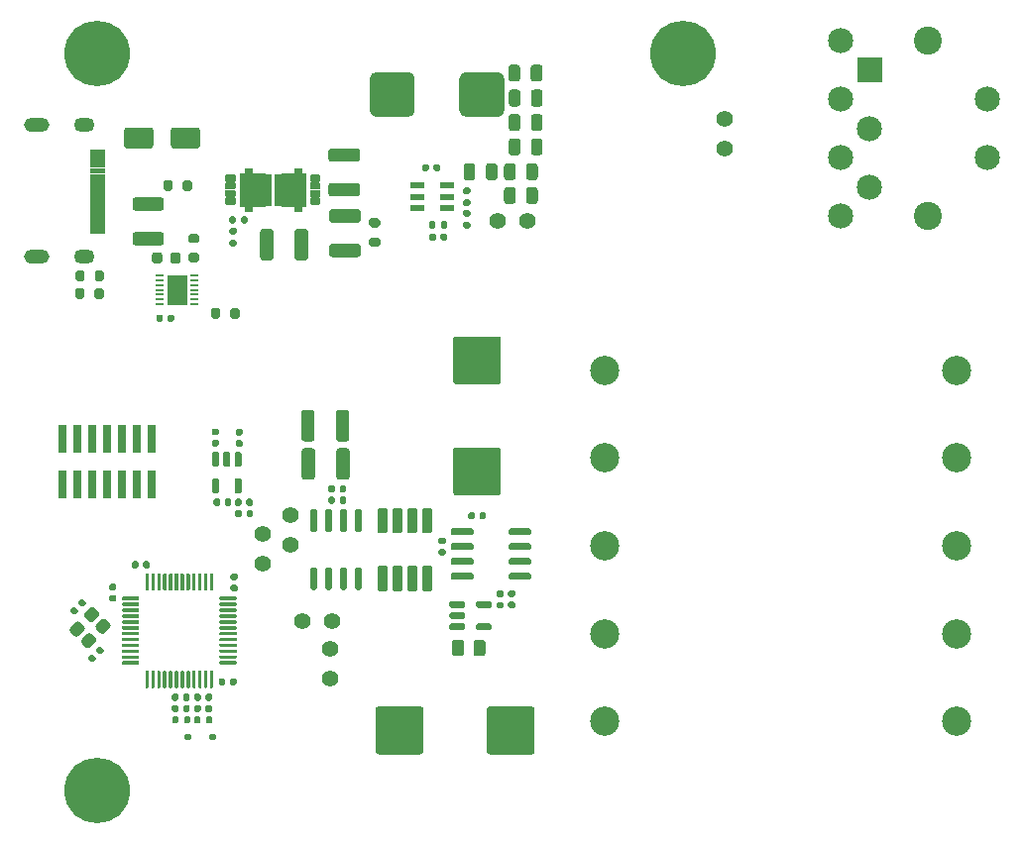
<source format=gbr>
G04 #@! TF.GenerationSoftware,KiCad,Pcbnew,9.0.1+1*
G04 #@! TF.CreationDate,2025-09-08T09:15:57+00:00*
G04 #@! TF.ProjectId,c64psu,63363470-7375-42e6-9b69-6361645f7063,rev?*
G04 #@! TF.SameCoordinates,Original*
G04 #@! TF.FileFunction,Soldermask,Top*
G04 #@! TF.FilePolarity,Negative*
%FSLAX46Y46*%
G04 Gerber Fmt 4.6, Leading zero omitted, Abs format (unit mm)*
G04 Created by KiCad (PCBNEW 9.0.1+1) date 2025-09-08 09:15:57*
%MOMM*%
%LPD*%
G01*
G04 APERTURE LIST*
%ADD10C,0.010000*%
%ADD11C,2.500000*%
%ADD12C,1.400000*%
%ADD13R,0.800000X0.200000*%
%ADD14R,1.750000X2.650000*%
%ADD15C,3.600000*%
%ADD16C,5.600000*%
%ADD17R,1.200000X0.600000*%
%ADD18R,1.100000X0.600000*%
%ADD19R,1.100000X0.300000*%
%ADD20O,1.754000X1.254000*%
%ADD21O,2.154000X1.254000*%
%ADD22R,0.740000X2.400000*%
%ADD23C,2.400000*%
%ADD24C,2.154000*%
G04 APERTURE END LIST*
D10*
X157405501Y-52282550D02*
X157805500Y-52282550D01*
X157805500Y-55082550D01*
X157405501Y-55082550D01*
X157405500Y-55532551D01*
X156805500Y-55532551D01*
X156805499Y-55082550D01*
X155705500Y-55082550D01*
X155705500Y-54967550D01*
X155155500Y-54967550D01*
X155155500Y-54347550D01*
X155705500Y-54347551D01*
X155705500Y-54317550D01*
X155155500Y-54317550D01*
X155155500Y-53697550D01*
X155705500Y-53697550D01*
X155705500Y-53667550D01*
X155155500Y-53667550D01*
X155155500Y-53047550D01*
X155705500Y-53047550D01*
X155705500Y-53017549D01*
X155155500Y-53017550D01*
X155155500Y-52397550D01*
X155705500Y-52397550D01*
X155705500Y-52282550D01*
X156805499Y-52282550D01*
X156805500Y-51832549D01*
X157405500Y-51832549D01*
X157405501Y-52282550D01*
G36*
X157405501Y-52282550D02*
G01*
X157805500Y-52282550D01*
X157805500Y-55082550D01*
X157405501Y-55082550D01*
X157405500Y-55532551D01*
X156805500Y-55532551D01*
X156805499Y-55082550D01*
X155705500Y-55082550D01*
X155705500Y-54967550D01*
X155155500Y-54967550D01*
X155155500Y-54347550D01*
X155705500Y-54347551D01*
X155705500Y-54317550D01*
X155155500Y-54317550D01*
X155155500Y-53697550D01*
X155705500Y-53697550D01*
X155705500Y-53667550D01*
X155155500Y-53667550D01*
X155155500Y-53047550D01*
X155705500Y-53047550D01*
X155705500Y-53017549D01*
X155155500Y-53017550D01*
X155155500Y-52397550D01*
X155705500Y-52397550D01*
X155705500Y-52282550D01*
X156805499Y-52282550D01*
X156805500Y-51832549D01*
X157405500Y-51832549D01*
X157405501Y-52282550D01*
G37*
X140600000Y-50925000D02*
X139400000Y-50925000D01*
X139400000Y-50225000D01*
X140600000Y-50225000D01*
X140600000Y-50925000D01*
G36*
X140600000Y-50925000D02*
G01*
X139400000Y-50925000D01*
X139400000Y-50225000D01*
X140600000Y-50225000D01*
X140600000Y-50925000D01*
G37*
X140600000Y-51725000D02*
X139400000Y-51725000D01*
X139400000Y-51025000D01*
X140600000Y-51025000D01*
X140600000Y-51725000D01*
G36*
X140600000Y-51725000D02*
G01*
X139400000Y-51725000D01*
X139400000Y-51025000D01*
X140600000Y-51025000D01*
X140600000Y-51725000D01*
G37*
X140600000Y-52224999D02*
X139399999Y-52225000D01*
X139400000Y-51825000D01*
X140600000Y-51825000D01*
X140600000Y-52224999D01*
G36*
X140600000Y-52224999D02*
G01*
X139399999Y-52225000D01*
X139400000Y-51825000D01*
X140600000Y-51825000D01*
X140600000Y-52224999D01*
G37*
X140600000Y-52725000D02*
X139400000Y-52725000D01*
X139400000Y-52325000D01*
X140600000Y-52325000D01*
X140600000Y-52725000D01*
G36*
X140600000Y-52725000D02*
G01*
X139400000Y-52725000D01*
X139400000Y-52325000D01*
X140600000Y-52325000D01*
X140600000Y-52725000D01*
G37*
X140600000Y-52825001D02*
X140600000Y-53225000D01*
X139400000Y-53225000D01*
X139399999Y-52825000D01*
X140600000Y-52825001D01*
G36*
X140600000Y-52825001D02*
G01*
X140600000Y-53225000D01*
X139400000Y-53225000D01*
X139399999Y-52825000D01*
X140600000Y-52825001D01*
G37*
X140600000Y-53725000D02*
X139400000Y-53725000D01*
X139400000Y-53325000D01*
X140600000Y-53325000D01*
X140600000Y-53725000D01*
G36*
X140600000Y-53725000D02*
G01*
X139400000Y-53725000D01*
X139400000Y-53325000D01*
X140600000Y-53325000D01*
X140600000Y-53725000D01*
G37*
X140600000Y-54225000D02*
X139400000Y-54225000D01*
X139400000Y-53825000D01*
X140600000Y-53825000D01*
X140600000Y-54225000D01*
G36*
X140600000Y-54225000D02*
G01*
X139400000Y-54225000D01*
X139400000Y-53825000D01*
X140600000Y-53825000D01*
X140600000Y-54225000D01*
G37*
X140600000Y-54724999D02*
X139399999Y-54725000D01*
X139400000Y-54325000D01*
X140600000Y-54325000D01*
X140600000Y-54724999D01*
G36*
X140600000Y-54724999D02*
G01*
X139399999Y-54725000D01*
X139400000Y-54325000D01*
X140600000Y-54325000D01*
X140600000Y-54724999D01*
G37*
X140600000Y-55225000D02*
X139400000Y-55225000D01*
X139400000Y-54825000D01*
X140600000Y-54825000D01*
X140600000Y-55225000D01*
G36*
X140600000Y-55225000D02*
G01*
X139400000Y-55225000D01*
X139400000Y-54825000D01*
X140600000Y-54825000D01*
X140600000Y-55225000D01*
G37*
X140600000Y-55325001D02*
X140600000Y-55725000D01*
X139400000Y-55725000D01*
X139399999Y-55325000D01*
X140600000Y-55325001D01*
G36*
X140600000Y-55325001D02*
G01*
X140600000Y-55725000D01*
X139400000Y-55725000D01*
X139399999Y-55325000D01*
X140600000Y-55325001D01*
G37*
X140600000Y-56525000D02*
X139400000Y-56525000D01*
X139400000Y-55825000D01*
X140600000Y-55825000D01*
X140600000Y-56525000D01*
G36*
X140600000Y-56525000D02*
G01*
X139400000Y-56525000D01*
X139400000Y-55825000D01*
X140600000Y-55825000D01*
X140600000Y-56525000D01*
G37*
X140600000Y-57325000D02*
X139400000Y-57325000D01*
X139400000Y-56625000D01*
X140600000Y-56625000D01*
X140600000Y-57325000D01*
G36*
X140600000Y-57325000D02*
G01*
X139400000Y-57325000D01*
X139400000Y-56625000D01*
X140600000Y-56625000D01*
X140600000Y-57325000D01*
G37*
X153165101Y-52272750D02*
X154265100Y-52272750D01*
X154265100Y-52387750D01*
X154815100Y-52387750D01*
X154815100Y-53007750D01*
X154265100Y-53007749D01*
X154265100Y-53037750D01*
X154815100Y-53037750D01*
X154815100Y-53657750D01*
X154265100Y-53657750D01*
X154265100Y-53687750D01*
X154815100Y-53687750D01*
X154815100Y-54307750D01*
X154265100Y-54307750D01*
X154265100Y-54337751D01*
X154815100Y-54337750D01*
X154815100Y-54957750D01*
X154265100Y-54957750D01*
X154265100Y-55072750D01*
X153165101Y-55072750D01*
X153165100Y-55522751D01*
X152565100Y-55522751D01*
X152565099Y-55072750D01*
X152165100Y-55072750D01*
X152165100Y-52272750D01*
X152565099Y-52272750D01*
X152565100Y-51822749D01*
X153165100Y-51822749D01*
X153165101Y-52272750D01*
G36*
X153165101Y-52272750D02*
G01*
X154265100Y-52272750D01*
X154265100Y-52387750D01*
X154815100Y-52387750D01*
X154815100Y-53007750D01*
X154265100Y-53007749D01*
X154265100Y-53037750D01*
X154815100Y-53037750D01*
X154815100Y-53657750D01*
X154265100Y-53657750D01*
X154265100Y-53687750D01*
X154815100Y-53687750D01*
X154815100Y-54307750D01*
X154265100Y-54307750D01*
X154265100Y-54337751D01*
X154815100Y-54337750D01*
X154815100Y-54957750D01*
X154265100Y-54957750D01*
X154265100Y-55072750D01*
X153165101Y-55072750D01*
X153165100Y-55522751D01*
X152565100Y-55522751D01*
X152565099Y-55072750D01*
X152165100Y-55072750D01*
X152165100Y-52272750D01*
X152565099Y-52272750D01*
X152565100Y-51822749D01*
X153165100Y-51822749D01*
X153165101Y-52272750D01*
G37*
D11*
X183370000Y-69110000D03*
X183370000Y-76610000D03*
X183370000Y-84110000D03*
X183370000Y-91610000D03*
X183370000Y-99110000D03*
X213370000Y-69110000D03*
X213370000Y-76610000D03*
X213370000Y-84110000D03*
X213370000Y-91610000D03*
X213370000Y-99110000D03*
G36*
G01*
X164655000Y-88002000D02*
X164055000Y-88002000D01*
G75*
G02*
X163953000Y-87900000I0J102000D01*
G01*
X163953000Y-85930000D01*
G75*
G02*
X164055000Y-85828000I102000J0D01*
G01*
X164655000Y-85828000D01*
G75*
G02*
X164757000Y-85930000I0J-102000D01*
G01*
X164757000Y-87900000D01*
G75*
G02*
X164655000Y-88002000I-102000J0D01*
G01*
G37*
G36*
G01*
X165925000Y-88002000D02*
X165325000Y-88002000D01*
G75*
G02*
X165223000Y-87900000I0J102000D01*
G01*
X165223000Y-85930000D01*
G75*
G02*
X165325000Y-85828000I102000J0D01*
G01*
X165925000Y-85828000D01*
G75*
G02*
X166027000Y-85930000I0J-102000D01*
G01*
X166027000Y-87900000D01*
G75*
G02*
X165925000Y-88002000I-102000J0D01*
G01*
G37*
G36*
G01*
X167195000Y-88002000D02*
X166595000Y-88002000D01*
G75*
G02*
X166493000Y-87900000I0J102000D01*
G01*
X166493000Y-85930000D01*
G75*
G02*
X166595000Y-85828000I102000J0D01*
G01*
X167195000Y-85828000D01*
G75*
G02*
X167297000Y-85930000I0J-102000D01*
G01*
X167297000Y-87900000D01*
G75*
G02*
X167195000Y-88002000I-102000J0D01*
G01*
G37*
G36*
G01*
X168465000Y-88002000D02*
X167865000Y-88002000D01*
G75*
G02*
X167763000Y-87900000I0J102000D01*
G01*
X167763000Y-85930000D01*
G75*
G02*
X167865000Y-85828000I102000J0D01*
G01*
X168465000Y-85828000D01*
G75*
G02*
X168567000Y-85930000I0J-102000D01*
G01*
X168567000Y-87900000D01*
G75*
G02*
X168465000Y-88002000I-102000J0D01*
G01*
G37*
G36*
G01*
X168465000Y-83052000D02*
X167865000Y-83052000D01*
G75*
G02*
X167763000Y-82950000I0J102000D01*
G01*
X167763000Y-80980000D01*
G75*
G02*
X167865000Y-80878000I102000J0D01*
G01*
X168465000Y-80878000D01*
G75*
G02*
X168567000Y-80980000I0J-102000D01*
G01*
X168567000Y-82950000D01*
G75*
G02*
X168465000Y-83052000I-102000J0D01*
G01*
G37*
G36*
G01*
X167195000Y-83052000D02*
X166595000Y-83052000D01*
G75*
G02*
X166493000Y-82950000I0J102000D01*
G01*
X166493000Y-80980000D01*
G75*
G02*
X166595000Y-80878000I102000J0D01*
G01*
X167195000Y-80878000D01*
G75*
G02*
X167297000Y-80980000I0J-102000D01*
G01*
X167297000Y-82950000D01*
G75*
G02*
X167195000Y-83052000I-102000J0D01*
G01*
G37*
G36*
G01*
X165925000Y-83052000D02*
X165325000Y-83052000D01*
G75*
G02*
X165223000Y-82950000I0J102000D01*
G01*
X165223000Y-80980000D01*
G75*
G02*
X165325000Y-80878000I102000J0D01*
G01*
X165925000Y-80878000D01*
G75*
G02*
X166027000Y-80980000I0J-102000D01*
G01*
X166027000Y-82950000D01*
G75*
G02*
X165925000Y-83052000I-102000J0D01*
G01*
G37*
G36*
G01*
X164655000Y-83052000D02*
X164055000Y-83052000D01*
G75*
G02*
X163953000Y-82950000I0J102000D01*
G01*
X163953000Y-80980000D01*
G75*
G02*
X164055000Y-80878000I102000J0D01*
G01*
X164655000Y-80878000D01*
G75*
G02*
X164757000Y-80980000I0J-102000D01*
G01*
X164757000Y-82950000D01*
G75*
G02*
X164655000Y-83052000I-102000J0D01*
G01*
G37*
G36*
G01*
X174732301Y-54655750D02*
X174732301Y-53705750D01*
G75*
G02*
X174982301Y-53455750I250000J0D01*
G01*
X175482301Y-53455750D01*
G75*
G02*
X175732301Y-53705750I0J-250000D01*
G01*
X175732301Y-54655750D01*
G75*
G02*
X175482301Y-54905750I-250000J0D01*
G01*
X174982301Y-54905750D01*
G75*
G02*
X174732301Y-54655750I0J250000D01*
G01*
G37*
G36*
G01*
X176632299Y-54655750D02*
X176632299Y-53705750D01*
G75*
G02*
X176882299Y-53455750I250000J0D01*
G01*
X177382299Y-53455750D01*
G75*
G02*
X177632299Y-53705750I0J-250000D01*
G01*
X177632299Y-54655750D01*
G75*
G02*
X177382299Y-54905750I-250000J0D01*
G01*
X176882299Y-54905750D01*
G75*
G02*
X176632299Y-54655750I0J250000D01*
G01*
G37*
D12*
X157500000Y-90520000D03*
X160040000Y-90520000D03*
G36*
G01*
X175138701Y-50490150D02*
X175138701Y-49540150D01*
G75*
G02*
X175388701Y-49290150I250000J0D01*
G01*
X175888701Y-49290150D01*
G75*
G02*
X176138701Y-49540150I0J-250000D01*
G01*
X176138701Y-50490150D01*
G75*
G02*
X175888701Y-50740150I-250000J0D01*
G01*
X175388701Y-50740150D01*
G75*
G02*
X175138701Y-50490150I0J250000D01*
G01*
G37*
G36*
G01*
X177038699Y-50490150D02*
X177038699Y-49540150D01*
G75*
G02*
X177288699Y-49290150I250000J0D01*
G01*
X177788699Y-49290150D01*
G75*
G02*
X178038699Y-49540150I0J-250000D01*
G01*
X178038699Y-50490150D01*
G75*
G02*
X177788699Y-50740150I-250000J0D01*
G01*
X177288699Y-50740150D01*
G75*
G02*
X177038699Y-50490150I0J250000D01*
G01*
G37*
X159870000Y-92960001D03*
X159870000Y-95500001D03*
G36*
G01*
X144665000Y-59766250D02*
X144665000Y-59253750D01*
G75*
G02*
X144883750Y-59035000I218750J0D01*
G01*
X145321250Y-59035000D01*
G75*
G02*
X145540000Y-59253750I0J-218750D01*
G01*
X145540000Y-59766250D01*
G75*
G02*
X145321250Y-59985000I-218750J0D01*
G01*
X144883750Y-59985000D01*
G75*
G02*
X144665000Y-59766250I0J218750D01*
G01*
G37*
G36*
G01*
X146240000Y-59766250D02*
X146240000Y-59253750D01*
G75*
G02*
X146458750Y-59035000I218750J0D01*
G01*
X146896250Y-59035000D01*
G75*
G02*
X147115000Y-59253750I0J-218750D01*
G01*
X147115000Y-59766250D01*
G75*
G02*
X146896250Y-59985000I-218750J0D01*
G01*
X146458750Y-59985000D01*
G75*
G02*
X146240000Y-59766250I0J218750D01*
G01*
G37*
G36*
G01*
X151454499Y-80227700D02*
X151454499Y-80567700D01*
G75*
G02*
X151314499Y-80707700I-140000J0D01*
G01*
X151034499Y-80707700D01*
G75*
G02*
X150894499Y-80567700I0J140000D01*
G01*
X150894499Y-80227700D01*
G75*
G02*
X151034499Y-80087700I140000J0D01*
G01*
X151314499Y-80087700D01*
G75*
G02*
X151454499Y-80227700I0J-140000D01*
G01*
G37*
G36*
G01*
X150494499Y-80227700D02*
X150494499Y-80567700D01*
G75*
G02*
X150354499Y-80707700I-140000J0D01*
G01*
X150074499Y-80707700D01*
G75*
G02*
X149934499Y-80567700I0J140000D01*
G01*
X149934499Y-80227700D01*
G75*
G02*
X150074499Y-80087700I140000J0D01*
G01*
X150354499Y-80087700D01*
G75*
G02*
X150494499Y-80227700I0J-140000D01*
G01*
G37*
D13*
X148317500Y-63436750D03*
X148317500Y-63036750D03*
X148317500Y-62636750D03*
X148317500Y-62236750D03*
X148317500Y-61836750D03*
X148317500Y-61436750D03*
X148317500Y-61036750D03*
X145317500Y-61036750D03*
X145317500Y-61436750D03*
X145317500Y-61836750D03*
X145317500Y-62236750D03*
X145317500Y-62636750D03*
X145317500Y-63036750D03*
X145317500Y-63436750D03*
D14*
X146817500Y-62236750D03*
D15*
X190000000Y-42000000D03*
D16*
X190000000Y-42000000D03*
G36*
G01*
X140577300Y-60763750D02*
X140577300Y-61313750D01*
G75*
G02*
X140377300Y-61513750I-200000J0D01*
G01*
X139977300Y-61513750D01*
G75*
G02*
X139777300Y-61313750I0J200000D01*
G01*
X139777300Y-60763750D01*
G75*
G02*
X139977300Y-60563750I200000J0D01*
G01*
X140377300Y-60563750D01*
G75*
G02*
X140577300Y-60763750I0J-200000D01*
G01*
G37*
G36*
G01*
X138927300Y-60763750D02*
X138927300Y-61313750D01*
G75*
G02*
X138727300Y-61513750I-200000J0D01*
G01*
X138327300Y-61513750D01*
G75*
G02*
X138127300Y-61313750I0J200000D01*
G01*
X138127300Y-60763750D01*
G75*
G02*
X138327300Y-60563750I200000J0D01*
G01*
X138727300Y-60563750D01*
G75*
G02*
X138927300Y-60763750I0J-200000D01*
G01*
G37*
G36*
G01*
X174240000Y-87950000D02*
X174580000Y-87950000D01*
G75*
G02*
X174720000Y-88090000I0J-140000D01*
G01*
X174720000Y-88370000D01*
G75*
G02*
X174580000Y-88510000I-140000J0D01*
G01*
X174240000Y-88510000D01*
G75*
G02*
X174100000Y-88370000I0J140000D01*
G01*
X174100000Y-88090000D01*
G75*
G02*
X174240000Y-87950000I140000J0D01*
G01*
G37*
G36*
G01*
X174240000Y-88910000D02*
X174580000Y-88910000D01*
G75*
G02*
X174720000Y-89050000I0J-140000D01*
G01*
X174720000Y-89330000D01*
G75*
G02*
X174580000Y-89470000I-140000J0D01*
G01*
X174240000Y-89470000D01*
G75*
G02*
X174100000Y-89330000I0J140000D01*
G01*
X174100000Y-89050000D01*
G75*
G02*
X174240000Y-88910000I140000J0D01*
G01*
G37*
G36*
G01*
X175123500Y-44190950D02*
X175123500Y-43240950D01*
G75*
G02*
X175373500Y-42990950I250000J0D01*
G01*
X175873500Y-42990950D01*
G75*
G02*
X176123500Y-43240950I0J-250000D01*
G01*
X176123500Y-44190950D01*
G75*
G02*
X175873500Y-44440950I-250000J0D01*
G01*
X175373500Y-44440950D01*
G75*
G02*
X175123500Y-44190950I0J250000D01*
G01*
G37*
G36*
G01*
X177023498Y-44190950D02*
X177023498Y-43240950D01*
G75*
G02*
X177273498Y-42990950I250000J0D01*
G01*
X177773498Y-42990950D01*
G75*
G02*
X178023498Y-43240950I0J-250000D01*
G01*
X178023498Y-44190950D01*
G75*
G02*
X177773498Y-44440950I-250000J0D01*
G01*
X177273498Y-44440950D01*
G75*
G02*
X177023498Y-44190950I0J250000D01*
G01*
G37*
G36*
G01*
X151410100Y-56958750D02*
X151780100Y-56958750D01*
G75*
G02*
X151915100Y-57093750I0J-135000D01*
G01*
X151915100Y-57363750D01*
G75*
G02*
X151780100Y-57498750I-135000J0D01*
G01*
X151410100Y-57498750D01*
G75*
G02*
X151275100Y-57363750I0J135000D01*
G01*
X151275100Y-57093750D01*
G75*
G02*
X151410100Y-56958750I135000J0D01*
G01*
G37*
G36*
G01*
X151410100Y-57978748D02*
X151780100Y-57978748D01*
G75*
G02*
X151915100Y-58113748I0J-135000D01*
G01*
X151915100Y-58383748D01*
G75*
G02*
X151780100Y-58518748I-135000J0D01*
G01*
X151410100Y-58518748D01*
G75*
G02*
X151275100Y-58383748I0J135000D01*
G01*
X151275100Y-58113748D01*
G75*
G02*
X151410100Y-57978748I135000J0D01*
G01*
G37*
G36*
G01*
X148282200Y-98197000D02*
X148282200Y-97857000D01*
G75*
G02*
X148422200Y-97717000I140000J0D01*
G01*
X148702200Y-97717000D01*
G75*
G02*
X148842200Y-97857000I0J-140000D01*
G01*
X148842200Y-98197000D01*
G75*
G02*
X148702200Y-98337000I-140000J0D01*
G01*
X148422200Y-98337000D01*
G75*
G02*
X148282200Y-98197000I0J140000D01*
G01*
G37*
G36*
G01*
X149242200Y-98197000D02*
X149242200Y-97857000D01*
G75*
G02*
X149382200Y-97717000I140000J0D01*
G01*
X149662200Y-97717000D01*
G75*
G02*
X149802200Y-97857000I0J-140000D01*
G01*
X149802200Y-98197000D01*
G75*
G02*
X149662200Y-98337000I-140000J0D01*
G01*
X149382200Y-98337000D01*
G75*
G02*
X149242200Y-98197000I0J140000D01*
G01*
G37*
G36*
G01*
X171374500Y-53504350D02*
X171744500Y-53504350D01*
G75*
G02*
X171879500Y-53639350I0J-135000D01*
G01*
X171879500Y-53909350D01*
G75*
G02*
X171744500Y-54044350I-135000J0D01*
G01*
X171374500Y-54044350D01*
G75*
G02*
X171239500Y-53909350I0J135000D01*
G01*
X171239500Y-53639350D01*
G75*
G02*
X171374500Y-53504350I135000J0D01*
G01*
G37*
G36*
G01*
X171374500Y-54524348D02*
X171744500Y-54524348D01*
G75*
G02*
X171879500Y-54659348I0J-135000D01*
G01*
X171879500Y-54929348D01*
G75*
G02*
X171744500Y-55064348I-135000J0D01*
G01*
X171374500Y-55064348D01*
G75*
G02*
X171239500Y-54929348I0J135000D01*
G01*
X171239500Y-54659348D01*
G75*
G02*
X171374500Y-54524348I135000J0D01*
G01*
G37*
G36*
G01*
X137957007Y-89997809D02*
X137716591Y-89757393D01*
G75*
G02*
X137716591Y-89559403I98995J98995D01*
G01*
X137914581Y-89361413D01*
G75*
G02*
X138112571Y-89361413I98995J-98995D01*
G01*
X138352987Y-89601829D01*
G75*
G02*
X138352987Y-89799819I-98995J-98995D01*
G01*
X138154997Y-89997809D01*
G75*
G02*
X137957007Y-89997809I-98995J98995D01*
G01*
G37*
G36*
G01*
X138635829Y-89318987D02*
X138395413Y-89078571D01*
G75*
G02*
X138395413Y-88880581I98995J98995D01*
G01*
X138593403Y-88682591D01*
G75*
G02*
X138791393Y-88682591I98995J-98995D01*
G01*
X139031809Y-88923007D01*
G75*
G02*
X139031809Y-89120997I-98995J-98995D01*
G01*
X138833819Y-89318987D01*
G75*
G02*
X138635829Y-89318987I-98995J98995D01*
G01*
G37*
G36*
G01*
X145645700Y-53592150D02*
X145645700Y-53042150D01*
G75*
G02*
X145845700Y-52842150I200000J0D01*
G01*
X146245700Y-52842150D01*
G75*
G02*
X146445700Y-53042150I0J-200000D01*
G01*
X146445700Y-53592150D01*
G75*
G02*
X146245700Y-53792150I-200000J0D01*
G01*
X145845700Y-53792150D01*
G75*
G02*
X145645700Y-53592150I0J200000D01*
G01*
G37*
G36*
G01*
X147295700Y-53592150D02*
X147295700Y-53042150D01*
G75*
G02*
X147495700Y-52842150I200000J0D01*
G01*
X147895700Y-52842150D01*
G75*
G02*
X148095700Y-53042150I0J-200000D01*
G01*
X148095700Y-53592150D01*
G75*
G02*
X147895700Y-53792150I-200000J0D01*
G01*
X147495700Y-53792150D01*
G75*
G02*
X147295700Y-53592150I0J200000D01*
G01*
G37*
G36*
G01*
X171374500Y-55432751D02*
X171744500Y-55432751D01*
G75*
G02*
X171879500Y-55567751I0J-135000D01*
G01*
X171879500Y-55837751D01*
G75*
G02*
X171744500Y-55972751I-135000J0D01*
G01*
X171374500Y-55972751D01*
G75*
G02*
X171239500Y-55837751I0J135000D01*
G01*
X171239500Y-55567751D01*
G75*
G02*
X171374500Y-55432751I135000J0D01*
G01*
G37*
G36*
G01*
X171374500Y-56452749D02*
X171744500Y-56452749D01*
G75*
G02*
X171879500Y-56587749I0J-135000D01*
G01*
X171879500Y-56857749D01*
G75*
G02*
X171744500Y-56992749I-135000J0D01*
G01*
X171374500Y-56992749D01*
G75*
G02*
X171239500Y-56857749I0J135000D01*
G01*
X171239500Y-56587749D01*
G75*
G02*
X171374500Y-56452749I135000J0D01*
G01*
G37*
G36*
G01*
X142281098Y-49903150D02*
X142281098Y-48603150D01*
G75*
G02*
X142531098Y-48353150I250000J0D01*
G01*
X144531098Y-48353150D01*
G75*
G02*
X144781098Y-48603150I0J-250000D01*
G01*
X144781098Y-49903150D01*
G75*
G02*
X144531098Y-50153150I-250000J0D01*
G01*
X142531098Y-50153150D01*
G75*
G02*
X142281098Y-49903150I0J250000D01*
G01*
G37*
G36*
G01*
X146281100Y-49903150D02*
X146281100Y-48603150D01*
G75*
G02*
X146531100Y-48353150I250000J0D01*
G01*
X148531100Y-48353150D01*
G75*
G02*
X148781100Y-48603150I0J-250000D01*
G01*
X148781100Y-49903150D01*
G75*
G02*
X148531100Y-50153150I-250000J0D01*
G01*
X146531100Y-50153150D01*
G75*
G02*
X146281100Y-49903150I0J250000D01*
G01*
G37*
G36*
G01*
X150254899Y-75620500D02*
X149914899Y-75620500D01*
G75*
G02*
X149774899Y-75480500I0J140000D01*
G01*
X149774899Y-75200500D01*
G75*
G02*
X149914899Y-75060500I140000J0D01*
G01*
X150254899Y-75060500D01*
G75*
G02*
X150394899Y-75200500I0J-140000D01*
G01*
X150394899Y-75480500D01*
G75*
G02*
X150254899Y-75620500I-140000J0D01*
G01*
G37*
G36*
G01*
X150254899Y-74660500D02*
X149914899Y-74660500D01*
G75*
G02*
X149774899Y-74520500I0J140000D01*
G01*
X149774899Y-74240500D01*
G75*
G02*
X149914899Y-74100500I140000J0D01*
G01*
X150254899Y-74100500D01*
G75*
G02*
X150394899Y-74240500I0J-140000D01*
G01*
X150394899Y-74520500D01*
G75*
G02*
X150254899Y-74660500I-140000J0D01*
G01*
G37*
G36*
G01*
X159057500Y-54447550D02*
X159057500Y-54867550D01*
G75*
G02*
X158955500Y-54969550I-102000J0D01*
G01*
X158255500Y-54969550D01*
G75*
G02*
X158153500Y-54867550I0J102000D01*
G01*
X158153500Y-54447550D01*
G75*
G02*
X158255500Y-54345550I102000J0D01*
G01*
X158955500Y-54345550D01*
G75*
G02*
X159057500Y-54447550I0J-102000D01*
G01*
G37*
G36*
G01*
X159057500Y-53797550D02*
X159057500Y-54217550D01*
G75*
G02*
X158955500Y-54319550I-102000J0D01*
G01*
X158255500Y-54319550D01*
G75*
G02*
X158153500Y-54217550I0J102000D01*
G01*
X158153500Y-53797550D01*
G75*
G02*
X158255500Y-53695550I102000J0D01*
G01*
X158955500Y-53695550D01*
G75*
G02*
X159057500Y-53797550I0J-102000D01*
G01*
G37*
G36*
G01*
X159057500Y-53147550D02*
X159057500Y-53567550D01*
G75*
G02*
X158955500Y-53669550I-102000J0D01*
G01*
X158255500Y-53669550D01*
G75*
G02*
X158153500Y-53567550I0J102000D01*
G01*
X158153500Y-53147550D01*
G75*
G02*
X158255500Y-53045550I102000J0D01*
G01*
X158955500Y-53045550D01*
G75*
G02*
X159057500Y-53147550I0J-102000D01*
G01*
G37*
G36*
G01*
X159057500Y-52497550D02*
X159057500Y-52917550D01*
G75*
G02*
X158955500Y-53019550I-102000J0D01*
G01*
X158255500Y-53019550D01*
G75*
G02*
X158153500Y-52917550I0J102000D01*
G01*
X158153500Y-52497550D01*
G75*
G02*
X158255500Y-52395550I102000J0D01*
G01*
X158955500Y-52395550D01*
G75*
G02*
X159057500Y-52497550I0J-102000D01*
G01*
G37*
D12*
X156510000Y-84019999D03*
X156510000Y-81479999D03*
G36*
G01*
X161520001Y-72740000D02*
X161520001Y-74940000D01*
G75*
G02*
X161270001Y-75190000I-250000J0D01*
G01*
X160620001Y-75190000D01*
G75*
G02*
X160370001Y-74940000I0J250000D01*
G01*
X160370001Y-72740000D01*
G75*
G02*
X160620001Y-72490000I250000J0D01*
G01*
X161270001Y-72490000D01*
G75*
G02*
X161520001Y-72740000I0J-250000D01*
G01*
G37*
G36*
G01*
X158569999Y-72740000D02*
X158569999Y-74940000D01*
G75*
G02*
X158319999Y-75190000I-250000J0D01*
G01*
X157669999Y-75190000D01*
G75*
G02*
X157419999Y-74940000I0J250000D01*
G01*
X157419999Y-72740000D01*
G75*
G02*
X157669999Y-72490000I250000J0D01*
G01*
X158319999Y-72490000D01*
G75*
G02*
X158569999Y-72740000I0J-250000D01*
G01*
G37*
G36*
G01*
X174177899Y-51673750D02*
X174177899Y-52623750D01*
G75*
G02*
X173927899Y-52873750I-250000J0D01*
G01*
X173427899Y-52873750D01*
G75*
G02*
X173177899Y-52623750I0J250000D01*
G01*
X173177899Y-51673750D01*
G75*
G02*
X173427899Y-51423750I250000J0D01*
G01*
X173927899Y-51423750D01*
G75*
G02*
X174177899Y-51673750I0J-250000D01*
G01*
G37*
G36*
G01*
X172277901Y-51673750D02*
X172277901Y-52623750D01*
G75*
G02*
X172027901Y-52873750I-250000J0D01*
G01*
X171527901Y-52873750D01*
G75*
G02*
X171277901Y-52623750I0J250000D01*
G01*
X171277901Y-51673750D01*
G75*
G02*
X171527901Y-51423750I250000J0D01*
G01*
X172027901Y-51423750D01*
G75*
G02*
X172277901Y-51673750I0J-250000D01*
G01*
G37*
G36*
G01*
X158640000Y-87895000D02*
X158340000Y-87895000D01*
G75*
G02*
X158190000Y-87745000I0J150000D01*
G01*
X158190000Y-86095000D01*
G75*
G02*
X158340000Y-85945000I150000J0D01*
G01*
X158640000Y-85945000D01*
G75*
G02*
X158790000Y-86095000I0J-150000D01*
G01*
X158790000Y-87745000D01*
G75*
G02*
X158640000Y-87895000I-150000J0D01*
G01*
G37*
G36*
G01*
X159910000Y-87895000D02*
X159610000Y-87895000D01*
G75*
G02*
X159460000Y-87745000I0J150000D01*
G01*
X159460000Y-86095000D01*
G75*
G02*
X159610000Y-85945000I150000J0D01*
G01*
X159910000Y-85945000D01*
G75*
G02*
X160060000Y-86095000I0J-150000D01*
G01*
X160060000Y-87745000D01*
G75*
G02*
X159910000Y-87895000I-150000J0D01*
G01*
G37*
G36*
G01*
X161180000Y-87895000D02*
X160880000Y-87895000D01*
G75*
G02*
X160730000Y-87745000I0J150000D01*
G01*
X160730000Y-86095000D01*
G75*
G02*
X160880000Y-85945000I150000J0D01*
G01*
X161180000Y-85945000D01*
G75*
G02*
X161330000Y-86095000I0J-150000D01*
G01*
X161330000Y-87745000D01*
G75*
G02*
X161180000Y-87895000I-150000J0D01*
G01*
G37*
G36*
G01*
X162450000Y-87895000D02*
X162150000Y-87895000D01*
G75*
G02*
X162000000Y-87745000I0J150000D01*
G01*
X162000000Y-86095000D01*
G75*
G02*
X162150000Y-85945000I150000J0D01*
G01*
X162450000Y-85945000D01*
G75*
G02*
X162600000Y-86095000I0J-150000D01*
G01*
X162600000Y-87745000D01*
G75*
G02*
X162450000Y-87895000I-150000J0D01*
G01*
G37*
G36*
G01*
X162450000Y-82945000D02*
X162150000Y-82945000D01*
G75*
G02*
X162000000Y-82795000I0J150000D01*
G01*
X162000000Y-81145000D01*
G75*
G02*
X162150000Y-80995000I150000J0D01*
G01*
X162450000Y-80995000D01*
G75*
G02*
X162600000Y-81145000I0J-150000D01*
G01*
X162600000Y-82795000D01*
G75*
G02*
X162450000Y-82945000I-150000J0D01*
G01*
G37*
G36*
G01*
X161180000Y-82945000D02*
X160880000Y-82945000D01*
G75*
G02*
X160730000Y-82795000I0J150000D01*
G01*
X160730000Y-81145000D01*
G75*
G02*
X160880000Y-80995000I150000J0D01*
G01*
X161180000Y-80995000D01*
G75*
G02*
X161330000Y-81145000I0J-150000D01*
G01*
X161330000Y-82795000D01*
G75*
G02*
X161180000Y-82945000I-150000J0D01*
G01*
G37*
G36*
G01*
X159910000Y-82945000D02*
X159610000Y-82945000D01*
G75*
G02*
X159460000Y-82795000I0J150000D01*
G01*
X159460000Y-81145000D01*
G75*
G02*
X159610000Y-80995000I150000J0D01*
G01*
X159910000Y-80995000D01*
G75*
G02*
X160060000Y-81145000I0J-150000D01*
G01*
X160060000Y-82795000D01*
G75*
G02*
X159910000Y-82945000I-150000J0D01*
G01*
G37*
G36*
G01*
X158640000Y-82945000D02*
X158340000Y-82945000D01*
G75*
G02*
X158190000Y-82795000I0J150000D01*
G01*
X158190000Y-81145000D01*
G75*
G02*
X158340000Y-80995000I150000J0D01*
G01*
X158640000Y-80995000D01*
G75*
G02*
X158790000Y-81145000I0J-150000D01*
G01*
X158790000Y-82795000D01*
G75*
G02*
X158640000Y-82945000I-150000J0D01*
G01*
G37*
G36*
G01*
X152286899Y-75643300D02*
X151946899Y-75643300D01*
G75*
G02*
X151806899Y-75503300I0J140000D01*
G01*
X151806899Y-75223300D01*
G75*
G02*
X151946899Y-75083300I140000J0D01*
G01*
X152286899Y-75083300D01*
G75*
G02*
X152426899Y-75223300I0J-140000D01*
G01*
X152426899Y-75503300D01*
G75*
G02*
X152286899Y-75643300I-140000J0D01*
G01*
G37*
G36*
G01*
X152286899Y-74683300D02*
X151946899Y-74683300D01*
G75*
G02*
X151806899Y-74543300I0J140000D01*
G01*
X151806899Y-74263300D01*
G75*
G02*
X151946899Y-74123300I140000J0D01*
G01*
X152286899Y-74123300D01*
G75*
G02*
X152426899Y-74263300I0J-140000D01*
G01*
X152426899Y-74543300D01*
G75*
G02*
X152286899Y-74683300I-140000J0D01*
G01*
G37*
G36*
G01*
X147899800Y-97857000D02*
X147899800Y-98197000D01*
G75*
G02*
X147759800Y-98337000I-140000J0D01*
G01*
X147479800Y-98337000D01*
G75*
G02*
X147339800Y-98197000I0J140000D01*
G01*
X147339800Y-97857000D01*
G75*
G02*
X147479800Y-97717000I140000J0D01*
G01*
X147759800Y-97717000D01*
G75*
G02*
X147899800Y-97857000I0J-140000D01*
G01*
G37*
G36*
G01*
X146939800Y-97857000D02*
X146939800Y-98197000D01*
G75*
G02*
X146799800Y-98337000I-140000J0D01*
G01*
X146519800Y-98337000D01*
G75*
G02*
X146379800Y-98197000I0J140000D01*
G01*
X146379800Y-97857000D01*
G75*
G02*
X146519800Y-97717000I140000J0D01*
G01*
X146799800Y-97717000D01*
G75*
G02*
X146939800Y-97857000I0J-140000D01*
G01*
G37*
G36*
G01*
X149822199Y-98807200D02*
X149822199Y-99177200D01*
G75*
G02*
X149687199Y-99312200I-135000J0D01*
G01*
X149417199Y-99312200D01*
G75*
G02*
X149282199Y-99177200I0J135000D01*
G01*
X149282199Y-98807200D01*
G75*
G02*
X149417199Y-98672200I135000J0D01*
G01*
X149687199Y-98672200D01*
G75*
G02*
X149822199Y-98807200I0J-135000D01*
G01*
G37*
G36*
G01*
X148802201Y-98807200D02*
X148802201Y-99177200D01*
G75*
G02*
X148667201Y-99312200I-135000J0D01*
G01*
X148397201Y-99312200D01*
G75*
G02*
X148262201Y-99177200I0J135000D01*
G01*
X148262201Y-98807200D01*
G75*
G02*
X148397201Y-98672200I135000J0D01*
G01*
X148667201Y-98672200D01*
G75*
G02*
X148802201Y-98807200I0J-135000D01*
G01*
G37*
G36*
G01*
X142110200Y-88697200D02*
X142110200Y-88547200D01*
G75*
G02*
X142185200Y-88472200I75000J0D01*
G01*
X143510200Y-88472200D01*
G75*
G02*
X143585200Y-88547200I0J-75000D01*
G01*
X143585200Y-88697200D01*
G75*
G02*
X143510200Y-88772200I-75000J0D01*
G01*
X142185200Y-88772200D01*
G75*
G02*
X142110200Y-88697200I0J75000D01*
G01*
G37*
G36*
G01*
X142110200Y-89197200D02*
X142110200Y-89047200D01*
G75*
G02*
X142185200Y-88972200I75000J0D01*
G01*
X143510200Y-88972200D01*
G75*
G02*
X143585200Y-89047200I0J-75000D01*
G01*
X143585200Y-89197200D01*
G75*
G02*
X143510200Y-89272200I-75000J0D01*
G01*
X142185200Y-89272200D01*
G75*
G02*
X142110200Y-89197200I0J75000D01*
G01*
G37*
G36*
G01*
X142110200Y-89697200D02*
X142110200Y-89547200D01*
G75*
G02*
X142185200Y-89472200I75000J0D01*
G01*
X143510200Y-89472200D01*
G75*
G02*
X143585200Y-89547200I0J-75000D01*
G01*
X143585200Y-89697200D01*
G75*
G02*
X143510200Y-89772200I-75000J0D01*
G01*
X142185200Y-89772200D01*
G75*
G02*
X142110200Y-89697200I0J75000D01*
G01*
G37*
G36*
G01*
X142110200Y-90197200D02*
X142110200Y-90047200D01*
G75*
G02*
X142185200Y-89972200I75000J0D01*
G01*
X143510200Y-89972200D01*
G75*
G02*
X143585200Y-90047200I0J-75000D01*
G01*
X143585200Y-90197200D01*
G75*
G02*
X143510200Y-90272200I-75000J0D01*
G01*
X142185200Y-90272200D01*
G75*
G02*
X142110200Y-90197200I0J75000D01*
G01*
G37*
G36*
G01*
X142110200Y-90697200D02*
X142110200Y-90547200D01*
G75*
G02*
X142185200Y-90472200I75000J0D01*
G01*
X143510200Y-90472200D01*
G75*
G02*
X143585200Y-90547200I0J-75000D01*
G01*
X143585200Y-90697200D01*
G75*
G02*
X143510200Y-90772200I-75000J0D01*
G01*
X142185200Y-90772200D01*
G75*
G02*
X142110200Y-90697200I0J75000D01*
G01*
G37*
G36*
G01*
X142110200Y-91197200D02*
X142110200Y-91047200D01*
G75*
G02*
X142185200Y-90972200I75000J0D01*
G01*
X143510200Y-90972200D01*
G75*
G02*
X143585200Y-91047200I0J-75000D01*
G01*
X143585200Y-91197200D01*
G75*
G02*
X143510200Y-91272200I-75000J0D01*
G01*
X142185200Y-91272200D01*
G75*
G02*
X142110200Y-91197200I0J75000D01*
G01*
G37*
G36*
G01*
X142110200Y-91697200D02*
X142110200Y-91547200D01*
G75*
G02*
X142185200Y-91472200I75000J0D01*
G01*
X143510200Y-91472200D01*
G75*
G02*
X143585200Y-91547200I0J-75000D01*
G01*
X143585200Y-91697200D01*
G75*
G02*
X143510200Y-91772200I-75000J0D01*
G01*
X142185200Y-91772200D01*
G75*
G02*
X142110200Y-91697200I0J75000D01*
G01*
G37*
G36*
G01*
X142110200Y-92197200D02*
X142110200Y-92047200D01*
G75*
G02*
X142185200Y-91972200I75000J0D01*
G01*
X143510200Y-91972200D01*
G75*
G02*
X143585200Y-92047200I0J-75000D01*
G01*
X143585200Y-92197200D01*
G75*
G02*
X143510200Y-92272200I-75000J0D01*
G01*
X142185200Y-92272200D01*
G75*
G02*
X142110200Y-92197200I0J75000D01*
G01*
G37*
G36*
G01*
X142110200Y-92697200D02*
X142110200Y-92547200D01*
G75*
G02*
X142185200Y-92472200I75000J0D01*
G01*
X143510200Y-92472200D01*
G75*
G02*
X143585200Y-92547200I0J-75000D01*
G01*
X143585200Y-92697200D01*
G75*
G02*
X143510200Y-92772200I-75000J0D01*
G01*
X142185200Y-92772200D01*
G75*
G02*
X142110200Y-92697200I0J75000D01*
G01*
G37*
G36*
G01*
X142110200Y-93197200D02*
X142110200Y-93047200D01*
G75*
G02*
X142185200Y-92972200I75000J0D01*
G01*
X143510200Y-92972200D01*
G75*
G02*
X143585200Y-93047200I0J-75000D01*
G01*
X143585200Y-93197200D01*
G75*
G02*
X143510200Y-93272200I-75000J0D01*
G01*
X142185200Y-93272200D01*
G75*
G02*
X142110200Y-93197200I0J75000D01*
G01*
G37*
G36*
G01*
X142110200Y-93697200D02*
X142110200Y-93547200D01*
G75*
G02*
X142185200Y-93472200I75000J0D01*
G01*
X143510200Y-93472200D01*
G75*
G02*
X143585200Y-93547200I0J-75000D01*
G01*
X143585200Y-93697200D01*
G75*
G02*
X143510200Y-93772200I-75000J0D01*
G01*
X142185200Y-93772200D01*
G75*
G02*
X142110200Y-93697200I0J75000D01*
G01*
G37*
G36*
G01*
X142110200Y-94197200D02*
X142110200Y-94047200D01*
G75*
G02*
X142185200Y-93972200I75000J0D01*
G01*
X143510200Y-93972200D01*
G75*
G02*
X143585200Y-94047200I0J-75000D01*
G01*
X143585200Y-94197200D01*
G75*
G02*
X143510200Y-94272200I-75000J0D01*
G01*
X142185200Y-94272200D01*
G75*
G02*
X142110200Y-94197200I0J75000D01*
G01*
G37*
G36*
G01*
X144110200Y-96197200D02*
X144110200Y-94872200D01*
G75*
G02*
X144185200Y-94797200I75000J0D01*
G01*
X144335200Y-94797200D01*
G75*
G02*
X144410200Y-94872200I0J-75000D01*
G01*
X144410200Y-96197200D01*
G75*
G02*
X144335200Y-96272200I-75000J0D01*
G01*
X144185200Y-96272200D01*
G75*
G02*
X144110200Y-96197200I0J75000D01*
G01*
G37*
G36*
G01*
X144610200Y-96197200D02*
X144610200Y-94872200D01*
G75*
G02*
X144685200Y-94797200I75000J0D01*
G01*
X144835200Y-94797200D01*
G75*
G02*
X144910200Y-94872200I0J-75000D01*
G01*
X144910200Y-96197200D01*
G75*
G02*
X144835200Y-96272200I-75000J0D01*
G01*
X144685200Y-96272200D01*
G75*
G02*
X144610200Y-96197200I0J75000D01*
G01*
G37*
G36*
G01*
X145110200Y-96197200D02*
X145110200Y-94872200D01*
G75*
G02*
X145185200Y-94797200I75000J0D01*
G01*
X145335200Y-94797200D01*
G75*
G02*
X145410200Y-94872200I0J-75000D01*
G01*
X145410200Y-96197200D01*
G75*
G02*
X145335200Y-96272200I-75000J0D01*
G01*
X145185200Y-96272200D01*
G75*
G02*
X145110200Y-96197200I0J75000D01*
G01*
G37*
G36*
G01*
X145610200Y-96197200D02*
X145610200Y-94872200D01*
G75*
G02*
X145685200Y-94797200I75000J0D01*
G01*
X145835200Y-94797200D01*
G75*
G02*
X145910200Y-94872200I0J-75000D01*
G01*
X145910200Y-96197200D01*
G75*
G02*
X145835200Y-96272200I-75000J0D01*
G01*
X145685200Y-96272200D01*
G75*
G02*
X145610200Y-96197200I0J75000D01*
G01*
G37*
G36*
G01*
X146110200Y-96197200D02*
X146110200Y-94872200D01*
G75*
G02*
X146185200Y-94797200I75000J0D01*
G01*
X146335200Y-94797200D01*
G75*
G02*
X146410200Y-94872200I0J-75000D01*
G01*
X146410200Y-96197200D01*
G75*
G02*
X146335200Y-96272200I-75000J0D01*
G01*
X146185200Y-96272200D01*
G75*
G02*
X146110200Y-96197200I0J75000D01*
G01*
G37*
G36*
G01*
X146610200Y-96197200D02*
X146610200Y-94872200D01*
G75*
G02*
X146685200Y-94797200I75000J0D01*
G01*
X146835200Y-94797200D01*
G75*
G02*
X146910200Y-94872200I0J-75000D01*
G01*
X146910200Y-96197200D01*
G75*
G02*
X146835200Y-96272200I-75000J0D01*
G01*
X146685200Y-96272200D01*
G75*
G02*
X146610200Y-96197200I0J75000D01*
G01*
G37*
G36*
G01*
X147110200Y-96197200D02*
X147110200Y-94872200D01*
G75*
G02*
X147185200Y-94797200I75000J0D01*
G01*
X147335200Y-94797200D01*
G75*
G02*
X147410200Y-94872200I0J-75000D01*
G01*
X147410200Y-96197200D01*
G75*
G02*
X147335200Y-96272200I-75000J0D01*
G01*
X147185200Y-96272200D01*
G75*
G02*
X147110200Y-96197200I0J75000D01*
G01*
G37*
G36*
G01*
X147610200Y-96197200D02*
X147610200Y-94872200D01*
G75*
G02*
X147685200Y-94797200I75000J0D01*
G01*
X147835200Y-94797200D01*
G75*
G02*
X147910200Y-94872200I0J-75000D01*
G01*
X147910200Y-96197200D01*
G75*
G02*
X147835200Y-96272200I-75000J0D01*
G01*
X147685200Y-96272200D01*
G75*
G02*
X147610200Y-96197200I0J75000D01*
G01*
G37*
G36*
G01*
X148110200Y-96197200D02*
X148110200Y-94872200D01*
G75*
G02*
X148185200Y-94797200I75000J0D01*
G01*
X148335200Y-94797200D01*
G75*
G02*
X148410200Y-94872200I0J-75000D01*
G01*
X148410200Y-96197200D01*
G75*
G02*
X148335200Y-96272200I-75000J0D01*
G01*
X148185200Y-96272200D01*
G75*
G02*
X148110200Y-96197200I0J75000D01*
G01*
G37*
G36*
G01*
X148610200Y-96197200D02*
X148610200Y-94872200D01*
G75*
G02*
X148685200Y-94797200I75000J0D01*
G01*
X148835200Y-94797200D01*
G75*
G02*
X148910200Y-94872200I0J-75000D01*
G01*
X148910200Y-96197200D01*
G75*
G02*
X148835200Y-96272200I-75000J0D01*
G01*
X148685200Y-96272200D01*
G75*
G02*
X148610200Y-96197200I0J75000D01*
G01*
G37*
G36*
G01*
X149110200Y-96197200D02*
X149110200Y-94872200D01*
G75*
G02*
X149185200Y-94797200I75000J0D01*
G01*
X149335200Y-94797200D01*
G75*
G02*
X149410200Y-94872200I0J-75000D01*
G01*
X149410200Y-96197200D01*
G75*
G02*
X149335200Y-96272200I-75000J0D01*
G01*
X149185200Y-96272200D01*
G75*
G02*
X149110200Y-96197200I0J75000D01*
G01*
G37*
G36*
G01*
X149610200Y-96197200D02*
X149610200Y-94872200D01*
G75*
G02*
X149685200Y-94797200I75000J0D01*
G01*
X149835200Y-94797200D01*
G75*
G02*
X149910200Y-94872200I0J-75000D01*
G01*
X149910200Y-96197200D01*
G75*
G02*
X149835200Y-96272200I-75000J0D01*
G01*
X149685200Y-96272200D01*
G75*
G02*
X149610200Y-96197200I0J75000D01*
G01*
G37*
G36*
G01*
X150435200Y-94197200D02*
X150435200Y-94047200D01*
G75*
G02*
X150510200Y-93972200I75000J0D01*
G01*
X151835200Y-93972200D01*
G75*
G02*
X151910200Y-94047200I0J-75000D01*
G01*
X151910200Y-94197200D01*
G75*
G02*
X151835200Y-94272200I-75000J0D01*
G01*
X150510200Y-94272200D01*
G75*
G02*
X150435200Y-94197200I0J75000D01*
G01*
G37*
G36*
G01*
X150435200Y-93697200D02*
X150435200Y-93547200D01*
G75*
G02*
X150510200Y-93472200I75000J0D01*
G01*
X151835200Y-93472200D01*
G75*
G02*
X151910200Y-93547200I0J-75000D01*
G01*
X151910200Y-93697200D01*
G75*
G02*
X151835200Y-93772200I-75000J0D01*
G01*
X150510200Y-93772200D01*
G75*
G02*
X150435200Y-93697200I0J75000D01*
G01*
G37*
G36*
G01*
X150435200Y-93197200D02*
X150435200Y-93047200D01*
G75*
G02*
X150510200Y-92972200I75000J0D01*
G01*
X151835200Y-92972200D01*
G75*
G02*
X151910200Y-93047200I0J-75000D01*
G01*
X151910200Y-93197200D01*
G75*
G02*
X151835200Y-93272200I-75000J0D01*
G01*
X150510200Y-93272200D01*
G75*
G02*
X150435200Y-93197200I0J75000D01*
G01*
G37*
G36*
G01*
X150435200Y-92697200D02*
X150435200Y-92547200D01*
G75*
G02*
X150510200Y-92472200I75000J0D01*
G01*
X151835200Y-92472200D01*
G75*
G02*
X151910200Y-92547200I0J-75000D01*
G01*
X151910200Y-92697200D01*
G75*
G02*
X151835200Y-92772200I-75000J0D01*
G01*
X150510200Y-92772200D01*
G75*
G02*
X150435200Y-92697200I0J75000D01*
G01*
G37*
G36*
G01*
X150435200Y-92197200D02*
X150435200Y-92047200D01*
G75*
G02*
X150510200Y-91972200I75000J0D01*
G01*
X151835200Y-91972200D01*
G75*
G02*
X151910200Y-92047200I0J-75000D01*
G01*
X151910200Y-92197200D01*
G75*
G02*
X151835200Y-92272200I-75000J0D01*
G01*
X150510200Y-92272200D01*
G75*
G02*
X150435200Y-92197200I0J75000D01*
G01*
G37*
G36*
G01*
X150435200Y-91697200D02*
X150435200Y-91547200D01*
G75*
G02*
X150510200Y-91472200I75000J0D01*
G01*
X151835200Y-91472200D01*
G75*
G02*
X151910200Y-91547200I0J-75000D01*
G01*
X151910200Y-91697200D01*
G75*
G02*
X151835200Y-91772200I-75000J0D01*
G01*
X150510200Y-91772200D01*
G75*
G02*
X150435200Y-91697200I0J75000D01*
G01*
G37*
G36*
G01*
X150435200Y-91197200D02*
X150435200Y-91047200D01*
G75*
G02*
X150510200Y-90972200I75000J0D01*
G01*
X151835200Y-90972200D01*
G75*
G02*
X151910200Y-91047200I0J-75000D01*
G01*
X151910200Y-91197200D01*
G75*
G02*
X151835200Y-91272200I-75000J0D01*
G01*
X150510200Y-91272200D01*
G75*
G02*
X150435200Y-91197200I0J75000D01*
G01*
G37*
G36*
G01*
X150435200Y-90697200D02*
X150435200Y-90547200D01*
G75*
G02*
X150510200Y-90472200I75000J0D01*
G01*
X151835200Y-90472200D01*
G75*
G02*
X151910200Y-90547200I0J-75000D01*
G01*
X151910200Y-90697200D01*
G75*
G02*
X151835200Y-90772200I-75000J0D01*
G01*
X150510200Y-90772200D01*
G75*
G02*
X150435200Y-90697200I0J75000D01*
G01*
G37*
G36*
G01*
X150435200Y-90197200D02*
X150435200Y-90047200D01*
G75*
G02*
X150510200Y-89972200I75000J0D01*
G01*
X151835200Y-89972200D01*
G75*
G02*
X151910200Y-90047200I0J-75000D01*
G01*
X151910200Y-90197200D01*
G75*
G02*
X151835200Y-90272200I-75000J0D01*
G01*
X150510200Y-90272200D01*
G75*
G02*
X150435200Y-90197200I0J75000D01*
G01*
G37*
G36*
G01*
X150435200Y-89697200D02*
X150435200Y-89547200D01*
G75*
G02*
X150510200Y-89472200I75000J0D01*
G01*
X151835200Y-89472200D01*
G75*
G02*
X151910200Y-89547200I0J-75000D01*
G01*
X151910200Y-89697200D01*
G75*
G02*
X151835200Y-89772200I-75000J0D01*
G01*
X150510200Y-89772200D01*
G75*
G02*
X150435200Y-89697200I0J75000D01*
G01*
G37*
G36*
G01*
X150435200Y-89197200D02*
X150435200Y-89047200D01*
G75*
G02*
X150510200Y-88972200I75000J0D01*
G01*
X151835200Y-88972200D01*
G75*
G02*
X151910200Y-89047200I0J-75000D01*
G01*
X151910200Y-89197200D01*
G75*
G02*
X151835200Y-89272200I-75000J0D01*
G01*
X150510200Y-89272200D01*
G75*
G02*
X150435200Y-89197200I0J75000D01*
G01*
G37*
G36*
G01*
X150435200Y-88697200D02*
X150435200Y-88547200D01*
G75*
G02*
X150510200Y-88472200I75000J0D01*
G01*
X151835200Y-88472200D01*
G75*
G02*
X151910200Y-88547200I0J-75000D01*
G01*
X151910200Y-88697200D01*
G75*
G02*
X151835200Y-88772200I-75000J0D01*
G01*
X150510200Y-88772200D01*
G75*
G02*
X150435200Y-88697200I0J75000D01*
G01*
G37*
G36*
G01*
X149610200Y-87872200D02*
X149610200Y-86547200D01*
G75*
G02*
X149685200Y-86472200I75000J0D01*
G01*
X149835200Y-86472200D01*
G75*
G02*
X149910200Y-86547200I0J-75000D01*
G01*
X149910200Y-87872200D01*
G75*
G02*
X149835200Y-87947200I-75000J0D01*
G01*
X149685200Y-87947200D01*
G75*
G02*
X149610200Y-87872200I0J75000D01*
G01*
G37*
G36*
G01*
X149110200Y-87872200D02*
X149110200Y-86547200D01*
G75*
G02*
X149185200Y-86472200I75000J0D01*
G01*
X149335200Y-86472200D01*
G75*
G02*
X149410200Y-86547200I0J-75000D01*
G01*
X149410200Y-87872200D01*
G75*
G02*
X149335200Y-87947200I-75000J0D01*
G01*
X149185200Y-87947200D01*
G75*
G02*
X149110200Y-87872200I0J75000D01*
G01*
G37*
G36*
G01*
X148610200Y-87872200D02*
X148610200Y-86547200D01*
G75*
G02*
X148685200Y-86472200I75000J0D01*
G01*
X148835200Y-86472200D01*
G75*
G02*
X148910200Y-86547200I0J-75000D01*
G01*
X148910200Y-87872200D01*
G75*
G02*
X148835200Y-87947200I-75000J0D01*
G01*
X148685200Y-87947200D01*
G75*
G02*
X148610200Y-87872200I0J75000D01*
G01*
G37*
G36*
G01*
X148110200Y-87872200D02*
X148110200Y-86547200D01*
G75*
G02*
X148185200Y-86472200I75000J0D01*
G01*
X148335200Y-86472200D01*
G75*
G02*
X148410200Y-86547200I0J-75000D01*
G01*
X148410200Y-87872200D01*
G75*
G02*
X148335200Y-87947200I-75000J0D01*
G01*
X148185200Y-87947200D01*
G75*
G02*
X148110200Y-87872200I0J75000D01*
G01*
G37*
G36*
G01*
X147610200Y-87872200D02*
X147610200Y-86547200D01*
G75*
G02*
X147685200Y-86472200I75000J0D01*
G01*
X147835200Y-86472200D01*
G75*
G02*
X147910200Y-86547200I0J-75000D01*
G01*
X147910200Y-87872200D01*
G75*
G02*
X147835200Y-87947200I-75000J0D01*
G01*
X147685200Y-87947200D01*
G75*
G02*
X147610200Y-87872200I0J75000D01*
G01*
G37*
G36*
G01*
X147110200Y-87872200D02*
X147110200Y-86547200D01*
G75*
G02*
X147185200Y-86472200I75000J0D01*
G01*
X147335200Y-86472200D01*
G75*
G02*
X147410200Y-86547200I0J-75000D01*
G01*
X147410200Y-87872200D01*
G75*
G02*
X147335200Y-87947200I-75000J0D01*
G01*
X147185200Y-87947200D01*
G75*
G02*
X147110200Y-87872200I0J75000D01*
G01*
G37*
G36*
G01*
X146610200Y-87872200D02*
X146610200Y-86547200D01*
G75*
G02*
X146685200Y-86472200I75000J0D01*
G01*
X146835200Y-86472200D01*
G75*
G02*
X146910200Y-86547200I0J-75000D01*
G01*
X146910200Y-87872200D01*
G75*
G02*
X146835200Y-87947200I-75000J0D01*
G01*
X146685200Y-87947200D01*
G75*
G02*
X146610200Y-87872200I0J75000D01*
G01*
G37*
G36*
G01*
X146110200Y-87872200D02*
X146110200Y-86547200D01*
G75*
G02*
X146185200Y-86472200I75000J0D01*
G01*
X146335200Y-86472200D01*
G75*
G02*
X146410200Y-86547200I0J-75000D01*
G01*
X146410200Y-87872200D01*
G75*
G02*
X146335200Y-87947200I-75000J0D01*
G01*
X146185200Y-87947200D01*
G75*
G02*
X146110200Y-87872200I0J75000D01*
G01*
G37*
G36*
G01*
X145610200Y-87872200D02*
X145610200Y-86547200D01*
G75*
G02*
X145685200Y-86472200I75000J0D01*
G01*
X145835200Y-86472200D01*
G75*
G02*
X145910200Y-86547200I0J-75000D01*
G01*
X145910200Y-87872200D01*
G75*
G02*
X145835200Y-87947200I-75000J0D01*
G01*
X145685200Y-87947200D01*
G75*
G02*
X145610200Y-87872200I0J75000D01*
G01*
G37*
G36*
G01*
X145110200Y-87872200D02*
X145110200Y-86547200D01*
G75*
G02*
X145185200Y-86472200I75000J0D01*
G01*
X145335200Y-86472200D01*
G75*
G02*
X145410200Y-86547200I0J-75000D01*
G01*
X145410200Y-87872200D01*
G75*
G02*
X145335200Y-87947200I-75000J0D01*
G01*
X145185200Y-87947200D01*
G75*
G02*
X145110200Y-87872200I0J75000D01*
G01*
G37*
G36*
G01*
X144610200Y-87872200D02*
X144610200Y-86547200D01*
G75*
G02*
X144685200Y-86472200I75000J0D01*
G01*
X144835200Y-86472200D01*
G75*
G02*
X144910200Y-86547200I0J-75000D01*
G01*
X144910200Y-87872200D01*
G75*
G02*
X144835200Y-87947200I-75000J0D01*
G01*
X144685200Y-87947200D01*
G75*
G02*
X144610200Y-87872200I0J75000D01*
G01*
G37*
G36*
G01*
X144110200Y-87872200D02*
X144110200Y-86547200D01*
G75*
G02*
X144185200Y-86472200I75000J0D01*
G01*
X144335200Y-86472200D01*
G75*
G02*
X144410200Y-86547200I0J-75000D01*
G01*
X144410200Y-87872200D01*
G75*
G02*
X144335200Y-87947200I-75000J0D01*
G01*
X144185200Y-87947200D01*
G75*
G02*
X144110200Y-87872200I0J75000D01*
G01*
G37*
D17*
X167363100Y-53332350D03*
X167363100Y-54282350D03*
X167363100Y-55232350D03*
X169863100Y-55232350D03*
X169863100Y-54282350D03*
X169863100Y-53332350D03*
G36*
G01*
X159740000Y-79430000D02*
X159740000Y-79090000D01*
G75*
G02*
X159880000Y-78950000I140000J0D01*
G01*
X160160000Y-78950000D01*
G75*
G02*
X160300000Y-79090000I0J-140000D01*
G01*
X160300000Y-79430000D01*
G75*
G02*
X160160000Y-79570000I-140000J0D01*
G01*
X159880000Y-79570000D01*
G75*
G02*
X159740000Y-79430000I0J140000D01*
G01*
G37*
G36*
G01*
X160700000Y-79430000D02*
X160700000Y-79090000D01*
G75*
G02*
X160840000Y-78950000I140000J0D01*
G01*
X161120000Y-78950000D01*
G75*
G02*
X161260000Y-79090000I0J-140000D01*
G01*
X161260000Y-79430000D01*
G75*
G02*
X161120000Y-79570000I-140000J0D01*
G01*
X160840000Y-79570000D01*
G75*
G02*
X160700000Y-79430000I0J140000D01*
G01*
G37*
D18*
X140000000Y-50575000D03*
X140000000Y-51375000D03*
D19*
X139999999Y-52525000D03*
X140000000Y-53525000D03*
X140000000Y-54025000D03*
X139999999Y-55025000D03*
D18*
X140000000Y-56975000D03*
X140000000Y-56175000D03*
D19*
X140000000Y-55525000D03*
X140000000Y-54525000D03*
X140000000Y-53025000D03*
X140000000Y-52025000D03*
D20*
X138850000Y-48155000D03*
X138850000Y-59395000D03*
D21*
X134850000Y-48155000D03*
X134850000Y-59395000D03*
G36*
G01*
X153899999Y-59475000D02*
X153899999Y-57275000D01*
G75*
G02*
X154149999Y-57025000I250000J0D01*
G01*
X154799999Y-57025000D01*
G75*
G02*
X155049999Y-57275000I0J-250000D01*
G01*
X155049999Y-59475000D01*
G75*
G02*
X154799999Y-59725000I-250000J0D01*
G01*
X154149999Y-59725000D01*
G75*
G02*
X153899999Y-59475000I0J250000D01*
G01*
G37*
G36*
G01*
X156850001Y-59475000D02*
X156850001Y-57275000D01*
G75*
G02*
X157100001Y-57025000I250000J0D01*
G01*
X157750001Y-57025000D01*
G75*
G02*
X158000001Y-57275000I0J-250000D01*
G01*
X158000001Y-59475000D01*
G75*
G02*
X157750001Y-59725000I-250000J0D01*
G01*
X157100001Y-59725000D01*
G75*
G02*
X156850001Y-59475000I0J250000D01*
G01*
G37*
G36*
G01*
X169630400Y-84945999D02*
X169290400Y-84945999D01*
G75*
G02*
X169150400Y-84805999I0J140000D01*
G01*
X169150400Y-84525999D01*
G75*
G02*
X169290400Y-84385999I140000J0D01*
G01*
X169630400Y-84385999D01*
G75*
G02*
X169770400Y-84525999I0J-140000D01*
G01*
X169770400Y-84805999D01*
G75*
G02*
X169630400Y-84945999I-140000J0D01*
G01*
G37*
G36*
G01*
X169630400Y-83985999D02*
X169290400Y-83985999D01*
G75*
G02*
X169150400Y-83845999I0J140000D01*
G01*
X169150400Y-83565999D01*
G75*
G02*
X169290400Y-83425999I140000J0D01*
G01*
X169630400Y-83425999D01*
G75*
G02*
X169770400Y-83565999I0J-140000D01*
G01*
X169770400Y-83845999D01*
G75*
G02*
X169630400Y-83985999I-140000J0D01*
G01*
G37*
G36*
G01*
X141490600Y-88881000D02*
X141150600Y-88881000D01*
G75*
G02*
X141010600Y-88741000I0J140000D01*
G01*
X141010600Y-88461000D01*
G75*
G02*
X141150600Y-88321000I140000J0D01*
G01*
X141490600Y-88321000D01*
G75*
G02*
X141630600Y-88461000I0J-140000D01*
G01*
X141630600Y-88741000D01*
G75*
G02*
X141490600Y-88881000I-140000J0D01*
G01*
G37*
G36*
G01*
X141490600Y-87921000D02*
X141150600Y-87921000D01*
G75*
G02*
X141010600Y-87781000I0J140000D01*
G01*
X141010600Y-87501000D01*
G75*
G02*
X141150600Y-87361000I140000J0D01*
G01*
X141490600Y-87361000D01*
G75*
G02*
X141630600Y-87501000I0J-140000D01*
G01*
X141630600Y-87781000D01*
G75*
G02*
X141490600Y-87921000I-140000J0D01*
G01*
G37*
G36*
G01*
X143250000Y-54340000D02*
X145450000Y-54340000D01*
G75*
G02*
X145700000Y-54590000I0J-250000D01*
G01*
X145700000Y-55240000D01*
G75*
G02*
X145450000Y-55490000I-250000J0D01*
G01*
X143250000Y-55490000D01*
G75*
G02*
X143000000Y-55240000I0J250000D01*
G01*
X143000000Y-54590000D01*
G75*
G02*
X143250000Y-54340000I250000J0D01*
G01*
G37*
G36*
G01*
X143250000Y-57290000D02*
X145450000Y-57290000D01*
G75*
G02*
X145700000Y-57540000I0J-250000D01*
G01*
X145700000Y-58190000D01*
G75*
G02*
X145450000Y-58440000I-250000J0D01*
G01*
X143250000Y-58440000D01*
G75*
G02*
X143000000Y-58190000I0J250000D01*
G01*
X143000000Y-57540000D01*
G75*
G02*
X143250000Y-57290000I250000J0D01*
G01*
G37*
G36*
G01*
X166542001Y-47469750D02*
X163847001Y-47469750D01*
G75*
G02*
X163269501Y-46892250I0J577500D01*
G01*
X163269501Y-44197250D01*
G75*
G02*
X163847001Y-43619750I577500J0D01*
G01*
X166542001Y-43619750D01*
G75*
G02*
X167119501Y-44197250I0J-577500D01*
G01*
X167119501Y-46892250D01*
G75*
G02*
X166542001Y-47469750I-577500J0D01*
G01*
G37*
G36*
G01*
X174191999Y-47469750D02*
X171496999Y-47469750D01*
G75*
G02*
X170919499Y-46892250I0J577500D01*
G01*
X170919499Y-44197250D01*
G75*
G02*
X171496999Y-43619750I577500J0D01*
G01*
X174191999Y-43619750D01*
G75*
G02*
X174769499Y-44197250I0J-577500D01*
G01*
X174769499Y-46892250D01*
G75*
G02*
X174191999Y-47469750I-577500J0D01*
G01*
G37*
G36*
G01*
X150913100Y-52907750D02*
X150913100Y-52487750D01*
G75*
G02*
X151015100Y-52385750I102000J0D01*
G01*
X151715100Y-52385750D01*
G75*
G02*
X151817100Y-52487750I0J-102000D01*
G01*
X151817100Y-52907750D01*
G75*
G02*
X151715100Y-53009750I-102000J0D01*
G01*
X151015100Y-53009750D01*
G75*
G02*
X150913100Y-52907750I0J102000D01*
G01*
G37*
G36*
G01*
X150913100Y-53557750D02*
X150913100Y-53137750D01*
G75*
G02*
X151015100Y-53035750I102000J0D01*
G01*
X151715100Y-53035750D01*
G75*
G02*
X151817100Y-53137750I0J-102000D01*
G01*
X151817100Y-53557750D01*
G75*
G02*
X151715100Y-53659750I-102000J0D01*
G01*
X151015100Y-53659750D01*
G75*
G02*
X150913100Y-53557750I0J102000D01*
G01*
G37*
G36*
G01*
X150913100Y-54207750D02*
X150913100Y-53787750D01*
G75*
G02*
X151015100Y-53685750I102000J0D01*
G01*
X151715100Y-53685750D01*
G75*
G02*
X151817100Y-53787750I0J-102000D01*
G01*
X151817100Y-54207750D01*
G75*
G02*
X151715100Y-54309750I-102000J0D01*
G01*
X151015100Y-54309750D01*
G75*
G02*
X150913100Y-54207750I0J102000D01*
G01*
G37*
G36*
G01*
X150913100Y-54857750D02*
X150913100Y-54437750D01*
G75*
G02*
X151015100Y-54335750I102000J0D01*
G01*
X151715100Y-54335750D01*
G75*
G02*
X151817100Y-54437750I0J-102000D01*
G01*
X151817100Y-54857750D01*
G75*
G02*
X151715100Y-54959750I-102000J0D01*
G01*
X151015100Y-54959750D01*
G75*
G02*
X150913100Y-54857750I0J102000D01*
G01*
G37*
D12*
X154120000Y-83130000D03*
X154120000Y-85670000D03*
D15*
X140000000Y-105000000D03*
D16*
X140000000Y-105000000D03*
D22*
X144673400Y-74944200D03*
X144673400Y-78844200D03*
X143403400Y-74944200D03*
X143403400Y-78844200D03*
X142133400Y-74944200D03*
X142133400Y-78844200D03*
X140863400Y-74944200D03*
X140863400Y-78844200D03*
X139593400Y-74944200D03*
X139593400Y-78844200D03*
X138323400Y-74944200D03*
X138323400Y-78844200D03*
X137053400Y-74944200D03*
X137053400Y-78844200D03*
G36*
G01*
X142948200Y-85903400D02*
X142948200Y-85563400D01*
G75*
G02*
X143088200Y-85423400I140000J0D01*
G01*
X143368200Y-85423400D01*
G75*
G02*
X143508200Y-85563400I0J-140000D01*
G01*
X143508200Y-85903400D01*
G75*
G02*
X143368200Y-86043400I-140000J0D01*
G01*
X143088200Y-86043400D01*
G75*
G02*
X142948200Y-85903400I0J140000D01*
G01*
G37*
G36*
G01*
X143908200Y-85903400D02*
X143908200Y-85563400D01*
G75*
G02*
X144048200Y-85423400I140000J0D01*
G01*
X144328200Y-85423400D01*
G75*
G02*
X144468200Y-85563400I0J-140000D01*
G01*
X144468200Y-85903400D01*
G75*
G02*
X144328200Y-86043400I-140000J0D01*
G01*
X144048200Y-86043400D01*
G75*
G02*
X143908200Y-85903400I0J140000D01*
G01*
G37*
G36*
G01*
X175138701Y-46324550D02*
X175138701Y-45374550D01*
G75*
G02*
X175388701Y-45124550I250000J0D01*
G01*
X175888701Y-45124550D01*
G75*
G02*
X176138701Y-45374550I0J-250000D01*
G01*
X176138701Y-46324550D01*
G75*
G02*
X175888701Y-46574550I-250000J0D01*
G01*
X175388701Y-46574550D01*
G75*
G02*
X175138701Y-46324550I0J250000D01*
G01*
G37*
G36*
G01*
X177038699Y-46324550D02*
X177038699Y-45374550D01*
G75*
G02*
X177288699Y-45124550I250000J0D01*
G01*
X177788699Y-45124550D01*
G75*
G02*
X178038699Y-45374550I0J-250000D01*
G01*
X178038699Y-46324550D01*
G75*
G02*
X177788699Y-46574550I-250000J0D01*
G01*
X177288699Y-46574550D01*
G75*
G02*
X177038699Y-46324550I0J250000D01*
G01*
G37*
G36*
G01*
X140572300Y-62273750D02*
X140572300Y-62823750D01*
G75*
G02*
X140372300Y-63023750I-200000J0D01*
G01*
X139972300Y-63023750D01*
G75*
G02*
X139772300Y-62823750I0J200000D01*
G01*
X139772300Y-62273750D01*
G75*
G02*
X139972300Y-62073750I200000J0D01*
G01*
X140372300Y-62073750D01*
G75*
G02*
X140572300Y-62273750I0J-200000D01*
G01*
G37*
G36*
G01*
X138922300Y-62273750D02*
X138922300Y-62823750D01*
G75*
G02*
X138722300Y-63023750I-200000J0D01*
G01*
X138322300Y-63023750D01*
G75*
G02*
X138122300Y-62823750I0J200000D01*
G01*
X138122300Y-62273750D01*
G75*
G02*
X138322300Y-62073750I200000J0D01*
G01*
X138722300Y-62073750D01*
G75*
G02*
X138922300Y-62273750I0J-200000D01*
G01*
G37*
G36*
G01*
X150365000Y-95911000D02*
X150365000Y-95571000D01*
G75*
G02*
X150505000Y-95431000I140000J0D01*
G01*
X150785000Y-95431000D01*
G75*
G02*
X150925000Y-95571000I0J-140000D01*
G01*
X150925000Y-95911000D01*
G75*
G02*
X150785000Y-96051000I-140000J0D01*
G01*
X150505000Y-96051000D01*
G75*
G02*
X150365000Y-95911000I0J140000D01*
G01*
G37*
G36*
G01*
X151325000Y-95911000D02*
X151325000Y-95571000D01*
G75*
G02*
X151465000Y-95431000I140000J0D01*
G01*
X151745000Y-95431000D01*
G75*
G02*
X151885000Y-95571000I0J-140000D01*
G01*
X151885000Y-95911000D01*
G75*
G02*
X151745000Y-96051000I-140000J0D01*
G01*
X151465000Y-96051000D01*
G75*
G02*
X151325000Y-95911000I0J140000D01*
G01*
G37*
G36*
G01*
X139036646Y-92815256D02*
X138683093Y-92461703D01*
G75*
G02*
X138683093Y-92108149I176777J176777D01*
G01*
X139142712Y-91648530D01*
G75*
G02*
X139496266Y-91648530I176777J-176777D01*
G01*
X139849819Y-92002083D01*
G75*
G02*
X139849819Y-92355637I-176777J-176777D01*
G01*
X139390200Y-92815256D01*
G75*
G02*
X139036646Y-92815256I-176777J176777D01*
G01*
G37*
G36*
G01*
X140274083Y-91577819D02*
X139920530Y-91224266D01*
G75*
G02*
X139920530Y-90870712I176777J176777D01*
G01*
X140380149Y-90411093D01*
G75*
G02*
X140733703Y-90411093I176777J-176777D01*
G01*
X141087256Y-90764646D01*
G75*
G02*
X141087256Y-91118200I-176777J-176777D01*
G01*
X140627637Y-91577819D01*
G75*
G02*
X140274083Y-91577819I-176777J176777D01*
G01*
G37*
G36*
G01*
X139284134Y-90587870D02*
X138930581Y-90234317D01*
G75*
G02*
X138930581Y-89880763I176777J176777D01*
G01*
X139390200Y-89421144D01*
G75*
G02*
X139743754Y-89421144I176777J-176777D01*
G01*
X140097307Y-89774697D01*
G75*
G02*
X140097307Y-90128251I-176777J-176777D01*
G01*
X139637688Y-90587870D01*
G75*
G02*
X139284134Y-90587870I-176777J176777D01*
G01*
G37*
G36*
G01*
X138046697Y-91825307D02*
X137693144Y-91471754D01*
G75*
G02*
X137693144Y-91118200I176777J176777D01*
G01*
X138152763Y-90658581D01*
G75*
G02*
X138506317Y-90658581I176777J-176777D01*
G01*
X138859870Y-91012134D01*
G75*
G02*
X138859870Y-91365688I-176777J-176777D01*
G01*
X138400251Y-91825307D01*
G75*
G02*
X138046697Y-91825307I-176777J176777D01*
G01*
G37*
G36*
G01*
X173190000Y-81390000D02*
X173190000Y-81730000D01*
G75*
G02*
X173050000Y-81870000I-140000J0D01*
G01*
X172770000Y-81870000D01*
G75*
G02*
X172630000Y-81730000I0J140000D01*
G01*
X172630000Y-81390000D01*
G75*
G02*
X172770000Y-81250000I140000J0D01*
G01*
X173050000Y-81250000D01*
G75*
G02*
X173190000Y-81390000I0J-140000D01*
G01*
G37*
G36*
G01*
X172230000Y-81390000D02*
X172230000Y-81730000D01*
G75*
G02*
X172090000Y-81870000I-140000J0D01*
G01*
X171810000Y-81870000D01*
G75*
G02*
X171670000Y-81730000I0J140000D01*
G01*
X171670000Y-81390000D01*
G75*
G02*
X171810000Y-81250000I140000J0D01*
G01*
X172090000Y-81250000D01*
G75*
G02*
X172230000Y-81390000I0J-140000D01*
G01*
G37*
G36*
G01*
X147942599Y-98807200D02*
X147942599Y-99177200D01*
G75*
G02*
X147807599Y-99312200I-135000J0D01*
G01*
X147537599Y-99312200D01*
G75*
G02*
X147402599Y-99177200I0J135000D01*
G01*
X147402599Y-98807200D01*
G75*
G02*
X147537599Y-98672200I135000J0D01*
G01*
X147807599Y-98672200D01*
G75*
G02*
X147942599Y-98807200I0J-135000D01*
G01*
G37*
G36*
G01*
X146922601Y-98807200D02*
X146922601Y-99177200D01*
G75*
G02*
X146787601Y-99312200I-135000J0D01*
G01*
X146517601Y-99312200D01*
G75*
G02*
X146382601Y-99177200I0J135000D01*
G01*
X146382601Y-98807200D01*
G75*
G02*
X146517601Y-98672200I135000J0D01*
G01*
X146787601Y-98672200D01*
G75*
G02*
X146922601Y-98807200I0J-135000D01*
G01*
G37*
G36*
G01*
X168341101Y-56854949D02*
X168341101Y-56484949D01*
G75*
G02*
X168476101Y-56349949I135000J0D01*
G01*
X168746101Y-56349949D01*
G75*
G02*
X168881101Y-56484949I0J-135000D01*
G01*
X168881101Y-56854949D01*
G75*
G02*
X168746101Y-56989949I-135000J0D01*
G01*
X168476101Y-56989949D01*
G75*
G02*
X168341101Y-56854949I0J135000D01*
G01*
G37*
G36*
G01*
X169361099Y-56854949D02*
X169361099Y-56484949D01*
G75*
G02*
X169496099Y-56349949I135000J0D01*
G01*
X169766099Y-56349949D01*
G75*
G02*
X169901099Y-56484949I0J-135000D01*
G01*
X169901099Y-56854949D01*
G75*
G02*
X169766099Y-56989949I-135000J0D01*
G01*
X169496099Y-56989949D01*
G75*
G02*
X169361099Y-56854949I0J135000D01*
G01*
G37*
G36*
G01*
X151864198Y-76057700D02*
X152164198Y-76057700D01*
G75*
G02*
X152314198Y-76207700I0J-150000D01*
G01*
X152314198Y-77232700D01*
G75*
G02*
X152164198Y-77382700I-150000J0D01*
G01*
X151864198Y-77382700D01*
G75*
G02*
X151714198Y-77232700I0J150000D01*
G01*
X151714198Y-76207700D01*
G75*
G02*
X151864198Y-76057700I150000J0D01*
G01*
G37*
G36*
G01*
X150914199Y-76057700D02*
X151214199Y-76057700D01*
G75*
G02*
X151364199Y-76207700I0J-150000D01*
G01*
X151364199Y-77232700D01*
G75*
G02*
X151214199Y-77382700I-150000J0D01*
G01*
X150914199Y-77382700D01*
G75*
G02*
X150764199Y-77232700I0J150000D01*
G01*
X150764199Y-76207700D01*
G75*
G02*
X150914199Y-76057700I150000J0D01*
G01*
G37*
G36*
G01*
X149964200Y-76057700D02*
X150264200Y-76057700D01*
G75*
G02*
X150414200Y-76207700I0J-150000D01*
G01*
X150414200Y-77232700D01*
G75*
G02*
X150264200Y-77382700I-150000J0D01*
G01*
X149964200Y-77382700D01*
G75*
G02*
X149814200Y-77232700I0J150000D01*
G01*
X149814200Y-76207700D01*
G75*
G02*
X149964200Y-76057700I150000J0D01*
G01*
G37*
G36*
G01*
X149964200Y-78332700D02*
X150264200Y-78332700D01*
G75*
G02*
X150414200Y-78482700I0J-150000D01*
G01*
X150414200Y-79507700D01*
G75*
G02*
X150264200Y-79657700I-150000J0D01*
G01*
X149964200Y-79657700D01*
G75*
G02*
X149814200Y-79507700I0J150000D01*
G01*
X149814200Y-78482700D01*
G75*
G02*
X149964200Y-78332700I150000J0D01*
G01*
G37*
G36*
G01*
X151864198Y-78332700D02*
X152164198Y-78332700D01*
G75*
G02*
X152314198Y-78482700I0J-150000D01*
G01*
X152314198Y-79507700D01*
G75*
G02*
X152164198Y-79657700I-150000J0D01*
G01*
X151864198Y-79657700D01*
G75*
G02*
X151714198Y-79507700I0J150000D01*
G01*
X151714198Y-78482700D01*
G75*
G02*
X151864198Y-78332700I150000J0D01*
G01*
G37*
G36*
G01*
X159994700Y-50149549D02*
X162194700Y-50149549D01*
G75*
G02*
X162444700Y-50399549I0J-250000D01*
G01*
X162444700Y-51049549D01*
G75*
G02*
X162194700Y-51299549I-250000J0D01*
G01*
X159994700Y-51299549D01*
G75*
G02*
X159744700Y-51049549I0J250000D01*
G01*
X159744700Y-50399549D01*
G75*
G02*
X159994700Y-50149549I250000J0D01*
G01*
G37*
G36*
G01*
X159994700Y-53099551D02*
X162194700Y-53099551D01*
G75*
G02*
X162444700Y-53349551I0J-250000D01*
G01*
X162444700Y-53999551D01*
G75*
G02*
X162194700Y-54249551I-250000J0D01*
G01*
X159994700Y-54249551D01*
G75*
G02*
X159744700Y-53999551I0J250000D01*
G01*
X159744700Y-53349551D01*
G75*
G02*
X159994700Y-53099551I250000J0D01*
G01*
G37*
G36*
G01*
X151853800Y-88017400D02*
X151513800Y-88017400D01*
G75*
G02*
X151373800Y-87877400I0J140000D01*
G01*
X151373800Y-87597400D01*
G75*
G02*
X151513800Y-87457400I140000J0D01*
G01*
X151853800Y-87457400D01*
G75*
G02*
X151993800Y-87597400I0J-140000D01*
G01*
X151993800Y-87877400D01*
G75*
G02*
X151853800Y-88017400I-140000J0D01*
G01*
G37*
G36*
G01*
X151853800Y-87057400D02*
X151513800Y-87057400D01*
G75*
G02*
X151373800Y-86917400I0J140000D01*
G01*
X151373800Y-86637400D01*
G75*
G02*
X151513800Y-86497400I140000J0D01*
G01*
X151853800Y-86497400D01*
G75*
G02*
X151993800Y-86637400I0J-140000D01*
G01*
X151993800Y-86917400D01*
G75*
G02*
X151853800Y-87057400I-140000J0D01*
G01*
G37*
G36*
G01*
X170295000Y-93290000D02*
X170295000Y-92390000D01*
G75*
G02*
X170545000Y-92140000I250000J0D01*
G01*
X171070000Y-92140000D01*
G75*
G02*
X171320000Y-92390000I0J-250000D01*
G01*
X171320000Y-93290000D01*
G75*
G02*
X171070000Y-93540000I-250000J0D01*
G01*
X170545000Y-93540000D01*
G75*
G02*
X170295000Y-93290000I0J250000D01*
G01*
G37*
G36*
G01*
X172120000Y-93290000D02*
X172120000Y-92390000D01*
G75*
G02*
X172370000Y-92140000I250000J0D01*
G01*
X172895000Y-92140000D01*
G75*
G02*
X173145000Y-92390000I0J-250000D01*
G01*
X173145000Y-93290000D01*
G75*
G02*
X172895000Y-93540000I-250000J0D01*
G01*
X172370000Y-93540000D01*
G75*
G02*
X172120000Y-93290000I0J250000D01*
G01*
G37*
G36*
G01*
X151270302Y-56448550D02*
X151270302Y-56078550D01*
G75*
G02*
X151405302Y-55943550I135000J0D01*
G01*
X151675302Y-55943550D01*
G75*
G02*
X151810302Y-56078550I0J-135000D01*
G01*
X151810302Y-56448550D01*
G75*
G02*
X151675302Y-56583550I-135000J0D01*
G01*
X151405302Y-56583550D01*
G75*
G02*
X151270302Y-56448550I0J135000D01*
G01*
G37*
G36*
G01*
X152290300Y-56448550D02*
X152290300Y-56078550D01*
G75*
G02*
X152425300Y-55943550I135000J0D01*
G01*
X152695300Y-55943550D01*
G75*
G02*
X152830300Y-56078550I0J-135000D01*
G01*
X152830300Y-56448550D01*
G75*
G02*
X152695300Y-56583550I-135000J0D01*
G01*
X152425300Y-56583550D01*
G75*
G02*
X152290300Y-56448550I0J135000D01*
G01*
G37*
G36*
G01*
X170080000Y-89290002D02*
X170080000Y-88990002D01*
G75*
G02*
X170230000Y-88840002I150000J0D01*
G01*
X171255000Y-88840002D01*
G75*
G02*
X171405000Y-88990002I0J-150000D01*
G01*
X171405000Y-89290002D01*
G75*
G02*
X171255000Y-89440002I-150000J0D01*
G01*
X170230000Y-89440002D01*
G75*
G02*
X170080000Y-89290002I0J150000D01*
G01*
G37*
G36*
G01*
X170080000Y-90240001D02*
X170080000Y-89940001D01*
G75*
G02*
X170230000Y-89790001I150000J0D01*
G01*
X171255000Y-89790001D01*
G75*
G02*
X171405000Y-89940001I0J-150000D01*
G01*
X171405000Y-90240001D01*
G75*
G02*
X171255000Y-90390001I-150000J0D01*
G01*
X170230000Y-90390001D01*
G75*
G02*
X170080000Y-90240001I0J150000D01*
G01*
G37*
G36*
G01*
X170080000Y-91190000D02*
X170080000Y-90890000D01*
G75*
G02*
X170230000Y-90740000I150000J0D01*
G01*
X171255000Y-90740000D01*
G75*
G02*
X171405000Y-90890000I0J-150000D01*
G01*
X171405000Y-91190000D01*
G75*
G02*
X171255000Y-91340000I-150000J0D01*
G01*
X170230000Y-91340000D01*
G75*
G02*
X170080000Y-91190000I0J150000D01*
G01*
G37*
G36*
G01*
X172355000Y-91190000D02*
X172355000Y-90890000D01*
G75*
G02*
X172505000Y-90740000I150000J0D01*
G01*
X173530000Y-90740000D01*
G75*
G02*
X173680000Y-90890000I0J-150000D01*
G01*
X173680000Y-91190000D01*
G75*
G02*
X173530000Y-91340000I-150000J0D01*
G01*
X172505000Y-91340000D01*
G75*
G02*
X172355000Y-91190000I0J150000D01*
G01*
G37*
G36*
G01*
X172355000Y-89290002D02*
X172355000Y-88990002D01*
G75*
G02*
X172505000Y-88840002I150000J0D01*
G01*
X173530000Y-88840002D01*
G75*
G02*
X173680000Y-88990002I0J-150000D01*
G01*
X173680000Y-89290002D01*
G75*
G02*
X173530000Y-89440002I-150000J0D01*
G01*
X172505000Y-89440002D01*
G75*
G02*
X172355000Y-89290002I0J150000D01*
G01*
G37*
D12*
X174170300Y-56365150D03*
X176710300Y-56365150D03*
G36*
G01*
X148522500Y-59891750D02*
X147972500Y-59891750D01*
G75*
G02*
X147772500Y-59691750I0J200000D01*
G01*
X147772500Y-59291750D01*
G75*
G02*
X147972500Y-59091750I200000J0D01*
G01*
X148522500Y-59091750D01*
G75*
G02*
X148722500Y-59291750I0J-200000D01*
G01*
X148722500Y-59691750D01*
G75*
G02*
X148522500Y-59891750I-200000J0D01*
G01*
G37*
G36*
G01*
X148522500Y-58241750D02*
X147972500Y-58241750D01*
G75*
G02*
X147772500Y-58041750I0J200000D01*
G01*
X147772500Y-57641750D01*
G75*
G02*
X147972500Y-57441750I200000J0D01*
G01*
X148522500Y-57441750D01*
G75*
G02*
X148722500Y-57641750I0J-200000D01*
G01*
X148722500Y-58041750D01*
G75*
G02*
X148522500Y-58241750I-200000J0D01*
G01*
G37*
G36*
G01*
X147894600Y-96891800D02*
X147894600Y-97231800D01*
G75*
G02*
X147754600Y-97371800I-140000J0D01*
G01*
X147474600Y-97371800D01*
G75*
G02*
X147334600Y-97231800I0J140000D01*
G01*
X147334600Y-96891800D01*
G75*
G02*
X147474600Y-96751800I140000J0D01*
G01*
X147754600Y-96751800D01*
G75*
G02*
X147894600Y-96891800I0J-140000D01*
G01*
G37*
G36*
G01*
X146934600Y-96891800D02*
X146934600Y-97231800D01*
G75*
G02*
X146794600Y-97371800I-140000J0D01*
G01*
X146514600Y-97371800D01*
G75*
G02*
X146374600Y-97231800I0J140000D01*
G01*
X146374600Y-96891800D01*
G75*
G02*
X146514600Y-96751800I140000J0D01*
G01*
X146794600Y-96751800D01*
G75*
G02*
X146934600Y-96891800I0J-140000D01*
G01*
G37*
G36*
G01*
X167760000Y-51970000D02*
X167760000Y-51630000D01*
G75*
G02*
X167900000Y-51490000I140000J0D01*
G01*
X168180000Y-51490000D01*
G75*
G02*
X168320000Y-51630000I0J-140000D01*
G01*
X168320000Y-51970000D01*
G75*
G02*
X168180000Y-52110000I-140000J0D01*
G01*
X167900000Y-52110000D01*
G75*
G02*
X167760000Y-51970000I0J140000D01*
G01*
G37*
G36*
G01*
X168720000Y-51970000D02*
X168720000Y-51630000D01*
G75*
G02*
X168860000Y-51490000I140000J0D01*
G01*
X169140000Y-51490000D01*
G75*
G02*
X169280000Y-51630000I0J-140000D01*
G01*
X169280000Y-51970000D01*
G75*
G02*
X169140000Y-52110000I-140000J0D01*
G01*
X168860000Y-52110000D01*
G75*
G02*
X168720000Y-51970000I0J140000D01*
G01*
G37*
G36*
G01*
X163760000Y-101689998D02*
X163760000Y-98090002D01*
G75*
G02*
X164010002Y-97840000I250002J0D01*
G01*
X167609998Y-97840000D01*
G75*
G02*
X167860000Y-98090002I0J-250002D01*
G01*
X167860000Y-101689998D01*
G75*
G02*
X167609998Y-101940000I-250002J0D01*
G01*
X164010002Y-101940000D01*
G75*
G02*
X163760000Y-101689998I0J250002D01*
G01*
G37*
G36*
G01*
X173260000Y-101689998D02*
X173260000Y-98090002D01*
G75*
G02*
X173510002Y-97840000I250002J0D01*
G01*
X177109998Y-97840000D01*
G75*
G02*
X177360000Y-98090002I0J-250002D01*
G01*
X177360000Y-101689998D01*
G75*
G02*
X177109998Y-101940000I-250002J0D01*
G01*
X173510002Y-101940000D01*
G75*
G02*
X173260000Y-101689998I0J250002D01*
G01*
G37*
D23*
X210980000Y-55940000D03*
X210980000Y-40940000D03*
D24*
X215980000Y-50940000D03*
X215980000Y-45940000D03*
G36*
G01*
X206955000Y-44517000D02*
X205005000Y-44517000D01*
G75*
G02*
X204903000Y-44415000I0J102000D01*
G01*
X204903000Y-42465000D01*
G75*
G02*
X205005000Y-42363000I102000J0D01*
G01*
X206955000Y-42363000D01*
G75*
G02*
X207057000Y-42465000I0J-102000D01*
G01*
X207057000Y-44415000D01*
G75*
G02*
X206955000Y-44517000I-102000J0D01*
G01*
G37*
X205980000Y-48440000D03*
X205980000Y-53440000D03*
X203480000Y-45940000D03*
X203480000Y-50940000D03*
X203480000Y-40940000D03*
X203480000Y-55940000D03*
G36*
G01*
X151763299Y-80567700D02*
X151763299Y-80227700D01*
G75*
G02*
X151903299Y-80087700I140000J0D01*
G01*
X152183299Y-80087700D01*
G75*
G02*
X152323299Y-80227700I0J-140000D01*
G01*
X152323299Y-80567700D01*
G75*
G02*
X152183299Y-80707700I-140000J0D01*
G01*
X151903299Y-80707700D01*
G75*
G02*
X151763299Y-80567700I0J140000D01*
G01*
G37*
G36*
G01*
X152723299Y-80567700D02*
X152723299Y-80227700D01*
G75*
G02*
X152863299Y-80087700I140000J0D01*
G01*
X153143299Y-80087700D01*
G75*
G02*
X153283299Y-80227700I0J-140000D01*
G01*
X153283299Y-80567700D01*
G75*
G02*
X153143299Y-80707700I-140000J0D01*
G01*
X152863299Y-80707700D01*
G75*
G02*
X152723299Y-80567700I0J140000D01*
G01*
G37*
G36*
G01*
X175138701Y-48407350D02*
X175138701Y-47457350D01*
G75*
G02*
X175388701Y-47207350I250000J0D01*
G01*
X175888701Y-47207350D01*
G75*
G02*
X176138701Y-47457350I0J-250000D01*
G01*
X176138701Y-48407350D01*
G75*
G02*
X175888701Y-48657350I-250000J0D01*
G01*
X175388701Y-48657350D01*
G75*
G02*
X175138701Y-48407350I0J250000D01*
G01*
G37*
G36*
G01*
X177038699Y-48407350D02*
X177038699Y-47457350D01*
G75*
G02*
X177288699Y-47207350I250000J0D01*
G01*
X177788699Y-47207350D01*
G75*
G02*
X178038699Y-47457350I0J-250000D01*
G01*
X178038699Y-48407350D01*
G75*
G02*
X177788699Y-48657350I-250000J0D01*
G01*
X177288699Y-48657350D01*
G75*
G02*
X177038699Y-48407350I0J250000D01*
G01*
G37*
G36*
G01*
X169881100Y-57566750D02*
X169881100Y-57906750D01*
G75*
G02*
X169741100Y-58046750I-140000J0D01*
G01*
X169461100Y-58046750D01*
G75*
G02*
X169321100Y-57906750I0J140000D01*
G01*
X169321100Y-57566750D01*
G75*
G02*
X169461100Y-57426750I140000J0D01*
G01*
X169741100Y-57426750D01*
G75*
G02*
X169881100Y-57566750I0J-140000D01*
G01*
G37*
G36*
G01*
X168921100Y-57566750D02*
X168921100Y-57906750D01*
G75*
G02*
X168781100Y-58046750I-140000J0D01*
G01*
X168501100Y-58046750D01*
G75*
G02*
X168361100Y-57906750I0J140000D01*
G01*
X168361100Y-57566750D01*
G75*
G02*
X168501100Y-57426750I140000J0D01*
G01*
X168781100Y-57426750D01*
G75*
G02*
X168921100Y-57566750I0J-140000D01*
G01*
G37*
G36*
G01*
X160050000Y-55349998D02*
X162250000Y-55349998D01*
G75*
G02*
X162500000Y-55599998I0J-250000D01*
G01*
X162500000Y-56249998D01*
G75*
G02*
X162250000Y-56499998I-250000J0D01*
G01*
X160050000Y-56499998D01*
G75*
G02*
X159800000Y-56249998I0J250000D01*
G01*
X159800000Y-55599998D01*
G75*
G02*
X160050000Y-55349998I250000J0D01*
G01*
G37*
G36*
G01*
X160050000Y-58300000D02*
X162250000Y-58300000D01*
G75*
G02*
X162500000Y-58550000I0J-250000D01*
G01*
X162500000Y-59200000D01*
G75*
G02*
X162250000Y-59450000I-250000J0D01*
G01*
X160050000Y-59450000D01*
G75*
G02*
X159800000Y-59200000I0J250000D01*
G01*
X159800000Y-58550000D01*
G75*
G02*
X160050000Y-58300000I250000J0D01*
G01*
G37*
G36*
G01*
X150138200Y-100352900D02*
X150138200Y-100577900D01*
G75*
G02*
X150025700Y-100690400I-112500J0D01*
G01*
X149650700Y-100690400D01*
G75*
G02*
X149538200Y-100577900I0J112500D01*
G01*
X149538200Y-100352900D01*
G75*
G02*
X149650700Y-100240400I112500J0D01*
G01*
X150025700Y-100240400D01*
G75*
G02*
X150138200Y-100352900I0J-112500D01*
G01*
G37*
G36*
G01*
X148038200Y-100352900D02*
X148038200Y-100577900D01*
G75*
G02*
X147925700Y-100690400I-112500J0D01*
G01*
X147550700Y-100690400D01*
G75*
G02*
X147438200Y-100577900I0J112500D01*
G01*
X147438200Y-100352900D01*
G75*
G02*
X147550700Y-100240400I112500J0D01*
G01*
X147925700Y-100240400D01*
G75*
G02*
X148038200Y-100352900I0J-112500D01*
G01*
G37*
G36*
G01*
X157459999Y-78220000D02*
X157459999Y-76020000D01*
G75*
G02*
X157709999Y-75770000I250000J0D01*
G01*
X158359999Y-75770000D01*
G75*
G02*
X158609999Y-76020000I0J-250000D01*
G01*
X158609999Y-78220000D01*
G75*
G02*
X158359999Y-78470000I-250000J0D01*
G01*
X157709999Y-78470000D01*
G75*
G02*
X157459999Y-78220000I0J250000D01*
G01*
G37*
G36*
G01*
X160410001Y-78220000D02*
X160410001Y-76020000D01*
G75*
G02*
X160660001Y-75770000I250000J0D01*
G01*
X161310001Y-75770000D01*
G75*
G02*
X161560001Y-76020000I0J-250000D01*
G01*
X161560001Y-78220000D01*
G75*
G02*
X161310001Y-78470000I-250000J0D01*
G01*
X160660001Y-78470000D01*
G75*
G02*
X160410001Y-78220000I0J250000D01*
G01*
G37*
G36*
G01*
X161250000Y-80060000D02*
X161250000Y-80400000D01*
G75*
G02*
X161110000Y-80540000I-140000J0D01*
G01*
X160830000Y-80540000D01*
G75*
G02*
X160690000Y-80400000I0J140000D01*
G01*
X160690000Y-80060000D01*
G75*
G02*
X160830000Y-79920000I140000J0D01*
G01*
X161110000Y-79920000D01*
G75*
G02*
X161250000Y-80060000I0J-140000D01*
G01*
G37*
G36*
G01*
X160290000Y-80060000D02*
X160290000Y-80400000D01*
G75*
G02*
X160150000Y-80540000I-140000J0D01*
G01*
X159870000Y-80540000D01*
G75*
G02*
X159730000Y-80400000I0J140000D01*
G01*
X159730000Y-80060000D01*
G75*
G02*
X159870000Y-79920000I140000J0D01*
G01*
X160150000Y-79920000D01*
G75*
G02*
X160290000Y-80060000I0J-140000D01*
G01*
G37*
D12*
X193598800Y-50170399D03*
X193598800Y-47630399D03*
G36*
G01*
X152150000Y-63975000D02*
X152150000Y-64525000D01*
G75*
G02*
X151950000Y-64725000I-200000J0D01*
G01*
X151550000Y-64725000D01*
G75*
G02*
X151350000Y-64525000I0J200000D01*
G01*
X151350000Y-63975000D01*
G75*
G02*
X151550000Y-63775000I200000J0D01*
G01*
X151950000Y-63775000D01*
G75*
G02*
X152150000Y-63975000I0J-200000D01*
G01*
G37*
G36*
G01*
X150500000Y-63975000D02*
X150500000Y-64525000D01*
G75*
G02*
X150300000Y-64725000I-200000J0D01*
G01*
X149900000Y-64725000D01*
G75*
G02*
X149700000Y-64525000I0J200000D01*
G01*
X149700000Y-63975000D01*
G75*
G02*
X149900000Y-63775000I200000J0D01*
G01*
X150300000Y-63775000D01*
G75*
G02*
X150500000Y-63975000I0J-200000D01*
G01*
G37*
G36*
G01*
X175560000Y-89450000D02*
X175220000Y-89450000D01*
G75*
G02*
X175080000Y-89310000I0J140000D01*
G01*
X175080000Y-89030000D01*
G75*
G02*
X175220000Y-88890000I140000J0D01*
G01*
X175560000Y-88890000D01*
G75*
G02*
X175700000Y-89030000I0J-140000D01*
G01*
X175700000Y-89310000D01*
G75*
G02*
X175560000Y-89450000I-140000J0D01*
G01*
G37*
G36*
G01*
X175560000Y-88490000D02*
X175220000Y-88490000D01*
G75*
G02*
X175080000Y-88350000I0J140000D01*
G01*
X175080000Y-88070000D01*
G75*
G02*
X175220000Y-87930000I140000J0D01*
G01*
X175560000Y-87930000D01*
G75*
G02*
X175700000Y-88070000I0J-140000D01*
G01*
X175700000Y-88350000D01*
G75*
G02*
X175560000Y-88490000I-140000J0D01*
G01*
G37*
G36*
G01*
X174732301Y-52623750D02*
X174732301Y-51673750D01*
G75*
G02*
X174982301Y-51423750I250000J0D01*
G01*
X175482301Y-51423750D01*
G75*
G02*
X175732301Y-51673750I0J-250000D01*
G01*
X175732301Y-52623750D01*
G75*
G02*
X175482301Y-52873750I-250000J0D01*
G01*
X174982301Y-52873750D01*
G75*
G02*
X174732301Y-52623750I0J250000D01*
G01*
G37*
G36*
G01*
X176632299Y-52623750D02*
X176632299Y-51673750D01*
G75*
G02*
X176882299Y-51423750I250000J0D01*
G01*
X177382299Y-51423750D01*
G75*
G02*
X177632299Y-51673750I0J-250000D01*
G01*
X177632299Y-52623750D01*
G75*
G02*
X177382299Y-52873750I-250000J0D01*
G01*
X176882299Y-52873750D01*
G75*
G02*
X176632299Y-52623750I0J250000D01*
G01*
G37*
D15*
X140000000Y-42000000D03*
D16*
X140000000Y-42000000D03*
G36*
G01*
X163410500Y-56105350D02*
X163960500Y-56105350D01*
G75*
G02*
X164160500Y-56305350I0J-200000D01*
G01*
X164160500Y-56705350D01*
G75*
G02*
X163960500Y-56905350I-200000J0D01*
G01*
X163410500Y-56905350D01*
G75*
G02*
X163210500Y-56705350I0J200000D01*
G01*
X163210500Y-56305350D01*
G75*
G02*
X163410500Y-56105350I200000J0D01*
G01*
G37*
G36*
G01*
X163410500Y-57755350D02*
X163960500Y-57755350D01*
G75*
G02*
X164160500Y-57955350I0J-200000D01*
G01*
X164160500Y-58355350D01*
G75*
G02*
X163960500Y-58555350I-200000J0D01*
G01*
X163410500Y-58555350D01*
G75*
G02*
X163210500Y-58355350I0J200000D01*
G01*
X163210500Y-57955350D01*
G75*
G02*
X163410500Y-57755350I200000J0D01*
G01*
G37*
G36*
G01*
X151786099Y-81532900D02*
X151786099Y-81192900D01*
G75*
G02*
X151926099Y-81052900I140000J0D01*
G01*
X152206099Y-81052900D01*
G75*
G02*
X152346099Y-81192900I0J-140000D01*
G01*
X152346099Y-81532900D01*
G75*
G02*
X152206099Y-81672900I-140000J0D01*
G01*
X151926099Y-81672900D01*
G75*
G02*
X151786099Y-81532900I0J140000D01*
G01*
G37*
G36*
G01*
X152746099Y-81532900D02*
X152746099Y-81192900D01*
G75*
G02*
X152886099Y-81052900I140000J0D01*
G01*
X153166099Y-81052900D01*
G75*
G02*
X153306099Y-81192900I0J-140000D01*
G01*
X153306099Y-81532900D01*
G75*
G02*
X153166099Y-81672900I-140000J0D01*
G01*
X152886099Y-81672900D01*
G75*
G02*
X152746099Y-81532900I0J140000D01*
G01*
G37*
G36*
G01*
X146567500Y-64486750D02*
X146567500Y-64826750D01*
G75*
G02*
X146427500Y-64966750I-140000J0D01*
G01*
X146147500Y-64966750D01*
G75*
G02*
X146007500Y-64826750I0J140000D01*
G01*
X146007500Y-64486750D01*
G75*
G02*
X146147500Y-64346750I140000J0D01*
G01*
X146427500Y-64346750D01*
G75*
G02*
X146567500Y-64486750I0J-140000D01*
G01*
G37*
G36*
G01*
X145607500Y-64486750D02*
X145607500Y-64826750D01*
G75*
G02*
X145467500Y-64966750I-140000J0D01*
G01*
X145187500Y-64966750D01*
G75*
G02*
X145047500Y-64826750I0J140000D01*
G01*
X145047500Y-64486750D01*
G75*
G02*
X145187500Y-64346750I140000J0D01*
G01*
X145467500Y-64346750D01*
G75*
G02*
X145607500Y-64486750I0J-140000D01*
G01*
G37*
G36*
G01*
X139481007Y-94061809D02*
X139240591Y-93821393D01*
G75*
G02*
X139240591Y-93623403I98995J98995D01*
G01*
X139438581Y-93425413D01*
G75*
G02*
X139636571Y-93425413I98995J-98995D01*
G01*
X139876987Y-93665829D01*
G75*
G02*
X139876987Y-93863819I-98995J-98995D01*
G01*
X139678997Y-94061809D01*
G75*
G02*
X139481007Y-94061809I-98995J98995D01*
G01*
G37*
G36*
G01*
X140159829Y-93382987D02*
X139919413Y-93142571D01*
G75*
G02*
X139919413Y-92944581I98995J98995D01*
G01*
X140117403Y-92746591D01*
G75*
G02*
X140315393Y-92746591I98995J-98995D01*
G01*
X140555809Y-92987007D01*
G75*
G02*
X140555809Y-93184997I-98995J-98995D01*
G01*
X140357819Y-93382987D01*
G75*
G02*
X140159829Y-93382987I-98995J98995D01*
G01*
G37*
G36*
G01*
X149802200Y-96891800D02*
X149802200Y-97231800D01*
G75*
G02*
X149662200Y-97371800I-140000J0D01*
G01*
X149382200Y-97371800D01*
G75*
G02*
X149242200Y-97231800I0J140000D01*
G01*
X149242200Y-96891800D01*
G75*
G02*
X149382200Y-96751800I140000J0D01*
G01*
X149662200Y-96751800D01*
G75*
G02*
X149802200Y-96891800I0J-140000D01*
G01*
G37*
G36*
G01*
X148842200Y-96891800D02*
X148842200Y-97231800D01*
G75*
G02*
X148702200Y-97371800I-140000J0D01*
G01*
X148422200Y-97371800D01*
G75*
G02*
X148282200Y-97231800I0J140000D01*
G01*
X148282200Y-96891800D01*
G75*
G02*
X148422200Y-96751800I140000J0D01*
G01*
X148702200Y-96751800D01*
G75*
G02*
X148842200Y-96891800I0J-140000D01*
G01*
G37*
G36*
G01*
X174229998Y-79810000D02*
X170630002Y-79810000D01*
G75*
G02*
X170380000Y-79559998I0J250002D01*
G01*
X170380000Y-75960002D01*
G75*
G02*
X170630002Y-75710000I250002J0D01*
G01*
X174229998Y-75710000D01*
G75*
G02*
X174480000Y-75960002I0J-250002D01*
G01*
X174480000Y-79559998D01*
G75*
G02*
X174229998Y-79810000I-250002J0D01*
G01*
G37*
G36*
G01*
X174229998Y-70310000D02*
X170630002Y-70310000D01*
G75*
G02*
X170380000Y-70059998I0J250002D01*
G01*
X170380000Y-66460002D01*
G75*
G02*
X170630002Y-66210000I250002J0D01*
G01*
X174229998Y-66210000D01*
G75*
G02*
X174480000Y-66460002I0J-250002D01*
G01*
X174480000Y-70059998D01*
G75*
G02*
X174229998Y-70310000I-250002J0D01*
G01*
G37*
G36*
G01*
X177076001Y-86580000D02*
X177076001Y-86880000D01*
G75*
G02*
X176926001Y-87030000I-150000J0D01*
G01*
X175276001Y-87030000D01*
G75*
G02*
X175126001Y-86880000I0J150000D01*
G01*
X175126001Y-86580000D01*
G75*
G02*
X175276001Y-86430000I150000J0D01*
G01*
X176926001Y-86430000D01*
G75*
G02*
X177076001Y-86580000I0J-150000D01*
G01*
G37*
G36*
G01*
X177076001Y-85310000D02*
X177076001Y-85610000D01*
G75*
G02*
X176926001Y-85760000I-150000J0D01*
G01*
X175276001Y-85760000D01*
G75*
G02*
X175126001Y-85610000I0J150000D01*
G01*
X175126001Y-85310000D01*
G75*
G02*
X175276001Y-85160000I150000J0D01*
G01*
X176926001Y-85160000D01*
G75*
G02*
X177076001Y-85310000I0J-150000D01*
G01*
G37*
G36*
G01*
X177076001Y-84040000D02*
X177076001Y-84340000D01*
G75*
G02*
X176926001Y-84490000I-150000J0D01*
G01*
X175276001Y-84490000D01*
G75*
G02*
X175126001Y-84340000I0J150000D01*
G01*
X175126001Y-84040000D01*
G75*
G02*
X175276001Y-83890000I150000J0D01*
G01*
X176926001Y-83890000D01*
G75*
G02*
X177076001Y-84040000I0J-150000D01*
G01*
G37*
G36*
G01*
X177076001Y-82770000D02*
X177076001Y-83070000D01*
G75*
G02*
X176926001Y-83220000I-150000J0D01*
G01*
X175276001Y-83220000D01*
G75*
G02*
X175126001Y-83070000I0J150000D01*
G01*
X175126001Y-82770000D01*
G75*
G02*
X175276001Y-82620000I150000J0D01*
G01*
X176926001Y-82620000D01*
G75*
G02*
X177076001Y-82770000I0J-150000D01*
G01*
G37*
G36*
G01*
X172126001Y-82770000D02*
X172126001Y-83070000D01*
G75*
G02*
X171976001Y-83220000I-150000J0D01*
G01*
X170326001Y-83220000D01*
G75*
G02*
X170176001Y-83070000I0J150000D01*
G01*
X170176001Y-82770000D01*
G75*
G02*
X170326001Y-82620000I150000J0D01*
G01*
X171976001Y-82620000D01*
G75*
G02*
X172126001Y-82770000I0J-150000D01*
G01*
G37*
G36*
G01*
X172126001Y-84040000D02*
X172126001Y-84340000D01*
G75*
G02*
X171976001Y-84490000I-150000J0D01*
G01*
X170326001Y-84490000D01*
G75*
G02*
X170176001Y-84340000I0J150000D01*
G01*
X170176001Y-84040000D01*
G75*
G02*
X170326001Y-83890000I150000J0D01*
G01*
X171976001Y-83890000D01*
G75*
G02*
X172126001Y-84040000I0J-150000D01*
G01*
G37*
G36*
G01*
X172126001Y-85310000D02*
X172126001Y-85610000D01*
G75*
G02*
X171976001Y-85760000I-150000J0D01*
G01*
X170326001Y-85760000D01*
G75*
G02*
X170176001Y-85610000I0J150000D01*
G01*
X170176001Y-85310000D01*
G75*
G02*
X170326001Y-85160000I150000J0D01*
G01*
X171976001Y-85160000D01*
G75*
G02*
X172126001Y-85310000I0J-150000D01*
G01*
G37*
G36*
G01*
X172126001Y-86580000D02*
X172126001Y-86880000D01*
G75*
G02*
X171976001Y-87030000I-150000J0D01*
G01*
X170326001Y-87030000D01*
G75*
G02*
X170176001Y-86880000I0J150000D01*
G01*
X170176001Y-86580000D01*
G75*
G02*
X170326001Y-86430000I150000J0D01*
G01*
X171976001Y-86430000D01*
G75*
G02*
X172126001Y-86580000I0J-150000D01*
G01*
G37*
M02*

</source>
